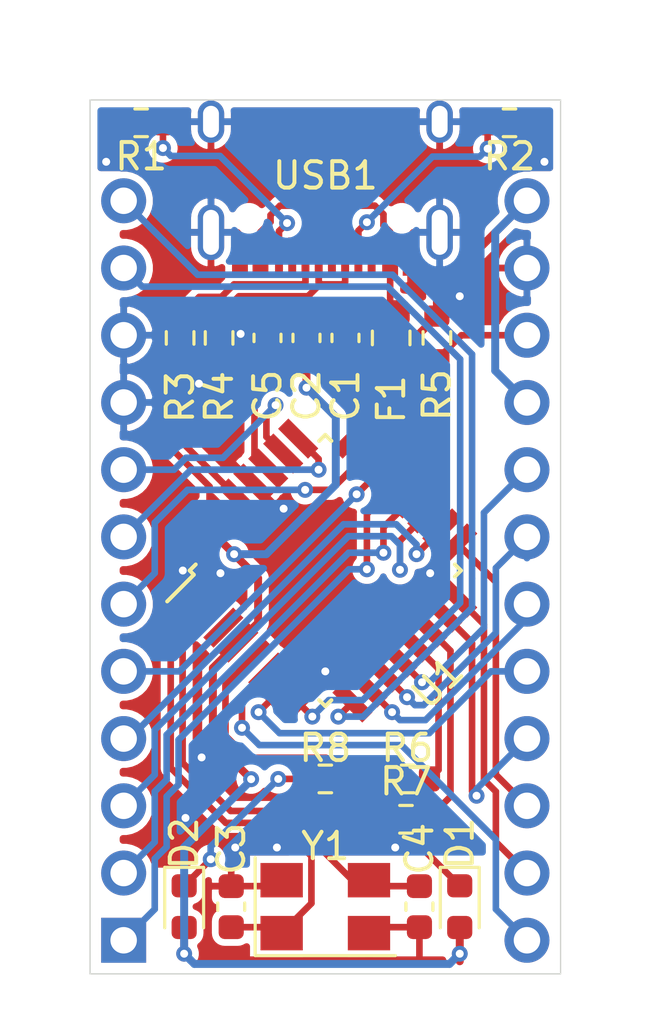
<source format=kicad_pcb>
(kicad_pcb (version 20171130) (host pcbnew "(5.1.10)-1")

  (general
    (thickness 1.6)
    (drawings 5)
    (tracks 303)
    (zones 0)
    (modules 21)
    (nets 37)
  )

  (page A4)
  (title_block
    (title "32u2 Micro")
    (rev 1)
    (company policium)
  )

  (layers
    (0 F.Cu signal)
    (31 B.Cu signal)
    (32 B.Adhes user)
    (33 F.Adhes user)
    (34 B.Paste user)
    (35 F.Paste user)
    (36 B.SilkS user)
    (37 F.SilkS user)
    (38 B.Mask user)
    (39 F.Mask user)
    (40 Dwgs.User user)
    (41 Cmts.User user)
    (42 Eco1.User user)
    (43 Eco2.User user)
    (44 Edge.Cuts user)
    (45 Margin user)
    (46 B.CrtYd user)
    (47 F.CrtYd user)
    (48 B.Fab user)
    (49 F.Fab user)
  )

  (setup
    (last_trace_width 0.25)
    (trace_clearance 0.2)
    (zone_clearance 0.254)
    (zone_45_only no)
    (trace_min 0.2)
    (via_size 0.6)
    (via_drill 0.3)
    (via_min_size 0.4)
    (via_min_drill 0.3)
    (uvia_size 0.3)
    (uvia_drill 0.1)
    (uvias_allowed no)
    (uvia_min_size 0.2)
    (uvia_min_drill 0.1)
    (edge_width 0.05)
    (segment_width 0.2)
    (pcb_text_width 0.3)
    (pcb_text_size 1.5 1.5)
    (mod_edge_width 0.12)
    (mod_text_size 1 1)
    (mod_text_width 0.15)
    (pad_size 0.6 1.45)
    (pad_drill 0)
    (pad_to_mask_clearance 0)
    (aux_axis_origin 0 0)
    (grid_origin 71.95 74.822)
    (visible_elements 7FFFFFFF)
    (pcbplotparams
      (layerselection 0x010fc_ffffffff)
      (usegerberextensions false)
      (usegerberattributes true)
      (usegerberadvancedattributes true)
      (creategerberjobfile true)
      (excludeedgelayer true)
      (linewidth 0.100000)
      (plotframeref false)
      (viasonmask false)
      (mode 1)
      (useauxorigin false)
      (hpglpennumber 1)
      (hpglpenspeed 20)
      (hpglpendiameter 15.000000)
      (psnegative false)
      (psa4output false)
      (plotreference true)
      (plotvalue true)
      (plotinvisibletext false)
      (padsonsilk false)
      (subtractmaskfromsilk false)
      (outputformat 1)
      (mirror false)
      (drillshape 1)
      (scaleselection 1)
      (outputdirectory ""))
  )

  (net 0 "")
  (net 1 GND)
  (net 2 VBUS)
  (net 3 "Net-(C3-Pad1)")
  (net 4 "Net-(C4-Pad2)")
  (net 5 "Net-(C5-Pad1)")
  (net 6 "Net-(R1-Pad2)")
  (net 7 "Net-(R2-Pad1)")
  (net 8 "Net-(R3-Pad2)")
  (net 9 "Net-(R3-Pad1)")
  (net 10 "Net-(R4-Pad2)")
  (net 11 "Net-(R4-Pad1)")
  (net 12 "Net-(R6-Pad2)")
  (net 13 "Net-(F1-Pad1)")
  (net 14 /TXO)
  (net 15 /RXI)
  (net 16 /D2)
  (net 17 /D3)
  (net 18 /D4)
  (net 19 /D5)
  (net 20 /D6)
  (net 21 /D7)
  (net 22 /D8)
  (net 23 /D9)
  (net 24 /D10)
  (net 25 /MOSI)
  (net 26 /MISO)
  (net 27 /SCK)
  (net 28 /A0)
  (net 29 /A1)
  (net 30 /A2)
  (net 31 /A3)
  (net 32 /RESET)
  (net 33 "Net-(D1-Pad1)")
  (net 34 "Net-(R7-Pad2)")
  (net 35 "Net-(D2-Pad1)")
  (net 36 "Net-(R8-Pad2)")

  (net_class Default "This is the default net class."
    (clearance 0.2)
    (trace_width 0.25)
    (via_dia 0.6)
    (via_drill 0.3)
    (uvia_dia 0.3)
    (uvia_drill 0.1)
    (add_net /A0)
    (add_net /A1)
    (add_net /A2)
    (add_net /A3)
    (add_net /D10)
    (add_net /D2)
    (add_net /D3)
    (add_net /D4)
    (add_net /D5)
    (add_net /D6)
    (add_net /D7)
    (add_net /D8)
    (add_net /D9)
    (add_net /MISO)
    (add_net /MOSI)
    (add_net /RESET)
    (add_net /RXI)
    (add_net /SCK)
    (add_net /TXO)
    (add_net GND)
    (add_net "Net-(C3-Pad1)")
    (add_net "Net-(C4-Pad2)")
    (add_net "Net-(C5-Pad1)")
    (add_net "Net-(D1-Pad1)")
    (add_net "Net-(D2-Pad1)")
    (add_net "Net-(F1-Pad1)")
    (add_net "Net-(R1-Pad2)")
    (add_net "Net-(R2-Pad1)")
    (add_net "Net-(R3-Pad1)")
    (add_net "Net-(R3-Pad2)")
    (add_net "Net-(R4-Pad1)")
    (add_net "Net-(R4-Pad2)")
    (add_net "Net-(R6-Pad2)")
    (add_net "Net-(R7-Pad2)")
    (add_net "Net-(R8-Pad2)")
  )

  (net_class Power ""
    (clearance 0.2)
    (trace_width 0.3)
    (via_dia 0.6)
    (via_drill 0.3)
    (uvia_dia 0.3)
    (uvia_drill 0.1)
    (add_net VBUS)
  )

  (module Resistor_SMD:R_0603_1608Metric (layer F.Cu) (tedit 5F68FEEE) (tstamp 61397767)
    (at 74.998 103.778)
    (descr "Resistor SMD 0603 (1608 Metric), square (rectangular) end terminal, IPC_7351 nominal, (Body size source: IPC-SM-782 page 72, https://www.pcb-3d.com/wordpress/wp-content/uploads/ipc-sm-782a_amendment_1_and_2.pdf), generated with kicad-footprint-generator")
    (tags resistor)
    (path /61539295)
    (attr smd)
    (fp_text reference R7 (at 0 -1.43) (layer F.SilkS)
      (effects (font (size 1 1) (thickness 0.15)))
    )
    (fp_text value R_Small (at 0 1.43) (layer F.Fab)
      (effects (font (size 1 1) (thickness 0.15)))
    )
    (fp_text user %R (at 0 0) (layer F.Fab)
      (effects (font (size 0.4 0.4) (thickness 0.06)))
    )
    (fp_line (start -0.8 0.4125) (end -0.8 -0.4125) (layer F.Fab) (width 0.1))
    (fp_line (start -0.8 -0.4125) (end 0.8 -0.4125) (layer F.Fab) (width 0.1))
    (fp_line (start 0.8 -0.4125) (end 0.8 0.4125) (layer F.Fab) (width 0.1))
    (fp_line (start 0.8 0.4125) (end -0.8 0.4125) (layer F.Fab) (width 0.1))
    (fp_line (start -0.237258 -0.5225) (end 0.237258 -0.5225) (layer F.SilkS) (width 0.12))
    (fp_line (start -0.237258 0.5225) (end 0.237258 0.5225) (layer F.SilkS) (width 0.12))
    (fp_line (start -1.48 0.73) (end -1.48 -0.73) (layer F.CrtYd) (width 0.05))
    (fp_line (start -1.48 -0.73) (end 1.48 -0.73) (layer F.CrtYd) (width 0.05))
    (fp_line (start 1.48 -0.73) (end 1.48 0.73) (layer F.CrtYd) (width 0.05))
    (fp_line (start 1.48 0.73) (end -1.48 0.73) (layer F.CrtYd) (width 0.05))
    (pad 2 smd roundrect (at 0.825 0) (size 0.8 0.95) (layers F.Cu F.Paste F.Mask) (roundrect_rratio 0.25)
      (net 34 "Net-(R7-Pad2)"))
    (pad 1 smd roundrect (at -0.825 0) (size 0.8 0.95) (layers F.Cu F.Paste F.Mask) (roundrect_rratio 0.25)
      (net 33 "Net-(D1-Pad1)"))
    (model ${KISYS3DMOD}/Resistor_SMD.3dshapes/R_0603_1608Metric.wrl
      (at (xyz 0 0 0))
      (scale (xyz 1 1 1))
      (rotate (xyz 0 0 0))
    )
  )

  (module LED_SMD:LED_0603_1608Metric (layer F.Cu) (tedit 5F68FEF1) (tstamp 61397600)
    (at 77.03 107.08 270)
    (descr "LED SMD 0603 (1608 Metric), square (rectangular) end terminal, IPC_7351 nominal, (Body size source: http://www.tortai-tech.com/upload/download/2011102023233369053.pdf), generated with kicad-footprint-generator")
    (tags LED)
    (path /6153928F)
    (attr smd)
    (fp_text reference D1 (at -2.3876 0 90) (layer F.SilkS)
      (effects (font (size 1 1) (thickness 0.15)))
    )
    (fp_text value BLUE (at 0 1.43 90) (layer F.Fab)
      (effects (font (size 1 1) (thickness 0.15)))
    )
    (fp_text user %R (at 0 0 90) (layer F.Fab)
      (effects (font (size 0.4 0.4) (thickness 0.06)))
    )
    (fp_line (start 0.8 -0.4) (end -0.5 -0.4) (layer F.Fab) (width 0.1))
    (fp_line (start -0.5 -0.4) (end -0.8 -0.1) (layer F.Fab) (width 0.1))
    (fp_line (start -0.8 -0.1) (end -0.8 0.4) (layer F.Fab) (width 0.1))
    (fp_line (start -0.8 0.4) (end 0.8 0.4) (layer F.Fab) (width 0.1))
    (fp_line (start 0.8 0.4) (end 0.8 -0.4) (layer F.Fab) (width 0.1))
    (fp_line (start 0.8 -0.735) (end -1.485 -0.735) (layer F.SilkS) (width 0.12))
    (fp_line (start -1.485 -0.735) (end -1.485 0.735) (layer F.SilkS) (width 0.12))
    (fp_line (start -1.485 0.735) (end 0.8 0.735) (layer F.SilkS) (width 0.12))
    (fp_line (start -1.48 0.73) (end -1.48 -0.73) (layer F.CrtYd) (width 0.05))
    (fp_line (start -1.48 -0.73) (end 1.48 -0.73) (layer F.CrtYd) (width 0.05))
    (fp_line (start 1.48 -0.73) (end 1.48 0.73) (layer F.CrtYd) (width 0.05))
    (fp_line (start 1.48 0.73) (end -1.48 0.73) (layer F.CrtYd) (width 0.05))
    (pad 2 smd roundrect (at 0.7875 0 270) (size 0.875 0.95) (layers F.Cu F.Paste F.Mask) (roundrect_rratio 0.25)
      (net 2 VBUS))
    (pad 1 smd roundrect (at -0.7875 0 270) (size 0.875 0.95) (layers F.Cu F.Paste F.Mask) (roundrect_rratio 0.25)
      (net 33 "Net-(D1-Pad1)"))
    (model ${KISYS3DMOD}/LED_SMD.3dshapes/LED_0603_1608Metric.wrl
      (at (xyz 0 0 0))
      (scale (xyz 1 1 1))
      (rotate (xyz 0 0 0))
    )
  )

  (module LED_SMD:LED_0603_1608Metric (layer F.Cu) (tedit 5F68FEF1) (tstamp 61396541)
    (at 66.616 107.08 270)
    (descr "LED SMD 0603 (1608 Metric), square (rectangular) end terminal, IPC_7351 nominal, (Body size source: http://www.tortai-tech.com/upload/download/2011102023233369053.pdf), generated with kicad-footprint-generator")
    (tags LED)
    (path /61508C7E)
    (attr smd)
    (fp_text reference D2 (at -2.3876 0 90) (layer F.SilkS)
      (effects (font (size 1 1) (thickness 0.15)))
    )
    (fp_text value GREEN (at 0 1.43 90) (layer F.Fab)
      (effects (font (size 1 1) (thickness 0.15)))
    )
    (fp_text user %R (at 0 0 90) (layer F.Fab)
      (effects (font (size 0.4 0.4) (thickness 0.06)))
    )
    (fp_line (start 0.8 -0.4) (end -0.5 -0.4) (layer F.Fab) (width 0.1))
    (fp_line (start -0.5 -0.4) (end -0.8 -0.1) (layer F.Fab) (width 0.1))
    (fp_line (start -0.8 -0.1) (end -0.8 0.4) (layer F.Fab) (width 0.1))
    (fp_line (start -0.8 0.4) (end 0.8 0.4) (layer F.Fab) (width 0.1))
    (fp_line (start 0.8 0.4) (end 0.8 -0.4) (layer F.Fab) (width 0.1))
    (fp_line (start 0.8 -0.735) (end -1.485 -0.735) (layer F.SilkS) (width 0.12))
    (fp_line (start -1.485 -0.735) (end -1.485 0.735) (layer F.SilkS) (width 0.12))
    (fp_line (start -1.485 0.735) (end 0.8 0.735) (layer F.SilkS) (width 0.12))
    (fp_line (start -1.48 0.73) (end -1.48 -0.73) (layer F.CrtYd) (width 0.05))
    (fp_line (start -1.48 -0.73) (end 1.48 -0.73) (layer F.CrtYd) (width 0.05))
    (fp_line (start 1.48 -0.73) (end 1.48 0.73) (layer F.CrtYd) (width 0.05))
    (fp_line (start 1.48 0.73) (end -1.48 0.73) (layer F.CrtYd) (width 0.05))
    (pad 2 smd roundrect (at 0.7875 0 270) (size 0.875 0.95) (layers F.Cu F.Paste F.Mask) (roundrect_rratio 0.25)
      (net 2 VBUS))
    (pad 1 smd roundrect (at -0.7875 0 270) (size 0.875 0.95) (layers F.Cu F.Paste F.Mask) (roundrect_rratio 0.25)
      (net 35 "Net-(D2-Pad1)"))
    (model ${KISYS3DMOD}/LED_SMD.3dshapes/LED_0603_1608Metric.wrl
      (at (xyz 0 0 0))
      (scale (xyz 1 1 1))
      (rotate (xyz 0 0 0))
    )
  )

  (module Resistor_SMD:R_0603_1608Metric (layer F.Cu) (tedit 5F68FEEE) (tstamp 613959C1)
    (at 71.95 102.254)
    (descr "Resistor SMD 0603 (1608 Metric), square (rectangular) end terminal, IPC_7351 nominal, (Body size source: IPC-SM-782 page 72, https://www.pcb-3d.com/wordpress/wp-content/uploads/ipc-sm-782a_amendment_1_and_2.pdf), generated with kicad-footprint-generator")
    (tags resistor)
    (path /6150CFBD)
    (attr smd)
    (fp_text reference R8 (at 0 -1.1684) (layer F.SilkS)
      (effects (font (size 1 1) (thickness 0.15)))
    )
    (fp_text value R_Small (at 0 1.43) (layer F.Fab)
      (effects (font (size 1 1) (thickness 0.15)))
    )
    (fp_text user %R (at 0 0) (layer F.Fab)
      (effects (font (size 0.4 0.4) (thickness 0.06)))
    )
    (fp_line (start -0.8 0.4125) (end -0.8 -0.4125) (layer F.Fab) (width 0.1))
    (fp_line (start -0.8 -0.4125) (end 0.8 -0.4125) (layer F.Fab) (width 0.1))
    (fp_line (start 0.8 -0.4125) (end 0.8 0.4125) (layer F.Fab) (width 0.1))
    (fp_line (start 0.8 0.4125) (end -0.8 0.4125) (layer F.Fab) (width 0.1))
    (fp_line (start -0.237258 -0.5225) (end 0.237258 -0.5225) (layer F.SilkS) (width 0.12))
    (fp_line (start -0.237258 0.5225) (end 0.237258 0.5225) (layer F.SilkS) (width 0.12))
    (fp_line (start -1.48 0.73) (end -1.48 -0.73) (layer F.CrtYd) (width 0.05))
    (fp_line (start -1.48 -0.73) (end 1.48 -0.73) (layer F.CrtYd) (width 0.05))
    (fp_line (start 1.48 -0.73) (end 1.48 0.73) (layer F.CrtYd) (width 0.05))
    (fp_line (start 1.48 0.73) (end -1.48 0.73) (layer F.CrtYd) (width 0.05))
    (pad 2 smd roundrect (at 0.825 0) (size 0.8 0.95) (layers F.Cu F.Paste F.Mask) (roundrect_rratio 0.25)
      (net 36 "Net-(R8-Pad2)"))
    (pad 1 smd roundrect (at -0.825 0) (size 0.8 0.95) (layers F.Cu F.Paste F.Mask) (roundrect_rratio 0.25)
      (net 35 "Net-(D2-Pad1)"))
    (model ${KISYS3DMOD}/Resistor_SMD.3dshapes/R_0603_1608Metric.wrl
      (at (xyz 0 0 0))
      (scale (xyz 1 1 1))
      (rotate (xyz 0 0 0))
    )
  )

  (module Resistor_SMD:R_0603_1608Metric (layer F.Cu) (tedit 5F68FEEE) (tstamp 61388602)
    (at 67.9368 85.5916 270)
    (descr "Resistor SMD 0603 (1608 Metric), square (rectangular) end terminal, IPC_7351 nominal, (Body size source: IPC-SM-782 page 72, https://www.pcb-3d.com/wordpress/wp-content/uploads/ipc-sm-782a_amendment_1_and_2.pdf), generated with kicad-footprint-generator")
    (tags resistor)
    (path /6138A7E6)
    (attr smd)
    (fp_text reference R4 (at 2.2352 0 270) (layer F.SilkS)
      (effects (font (size 1 1) (thickness 0.15)))
    )
    (fp_text value 22 (at 0 1.43 270) (layer F.Fab)
      (effects (font (size 1 1) (thickness 0.15)))
    )
    (fp_text user %R (at 0 0 270) (layer F.Fab)
      (effects (font (size 0.4 0.4) (thickness 0.06)))
    )
    (fp_line (start -0.8 0.4125) (end -0.8 -0.4125) (layer F.Fab) (width 0.1))
    (fp_line (start -0.8 -0.4125) (end 0.8 -0.4125) (layer F.Fab) (width 0.1))
    (fp_line (start 0.8 -0.4125) (end 0.8 0.4125) (layer F.Fab) (width 0.1))
    (fp_line (start 0.8 0.4125) (end -0.8 0.4125) (layer F.Fab) (width 0.1))
    (fp_line (start -0.237258 -0.5225) (end 0.237258 -0.5225) (layer F.SilkS) (width 0.12))
    (fp_line (start -0.237258 0.5225) (end 0.237258 0.5225) (layer F.SilkS) (width 0.12))
    (fp_line (start -1.48 0.73) (end -1.48 -0.73) (layer F.CrtYd) (width 0.05))
    (fp_line (start -1.48 -0.73) (end 1.48 -0.73) (layer F.CrtYd) (width 0.05))
    (fp_line (start 1.48 -0.73) (end 1.48 0.73) (layer F.CrtYd) (width 0.05))
    (fp_line (start 1.48 0.73) (end -1.48 0.73) (layer F.CrtYd) (width 0.05))
    (pad 2 smd roundrect (at 0.825 0 270) (size 0.8 0.95) (layers F.Cu F.Paste F.Mask) (roundrect_rratio 0.25)
      (net 10 "Net-(R4-Pad2)"))
    (pad 1 smd roundrect (at -0.825 0 270) (size 0.8 0.95) (layers F.Cu F.Paste F.Mask) (roundrect_rratio 0.25)
      (net 11 "Net-(R4-Pad1)"))
    (model ${KISYS3DMOD}/Resistor_SMD.3dshapes/R_0603_1608Metric.wrl
      (at (xyz 0 0 0))
      (scale (xyz 1 1 1))
      (rotate (xyz 0 0 0))
    )
  )

  (module Capacitor_SMD:C_0603_1608Metric (layer F.Cu) (tedit 5F68FEEE) (tstamp 61391F92)
    (at 69.7656 85.5916 90)
    (descr "Capacitor SMD 0603 (1608 Metric), square (rectangular) end terminal, IPC_7351 nominal, (Body size source: IPC-SM-782 page 76, https://www.pcb-3d.com/wordpress/wp-content/uploads/ipc-sm-782a_amendment_1_and_2.pdf), generated with kicad-footprint-generator")
    (tags capacitor)
    (path /613B82FA)
    (attr smd)
    (fp_text reference C5 (at -2.1844 0 90) (layer F.SilkS)
      (effects (font (size 1 1) (thickness 0.15)))
    )
    (fp_text value 1u (at 0 1.43 90) (layer F.Fab)
      (effects (font (size 1 1) (thickness 0.15)))
    )
    (fp_text user %R (at 0 0 90) (layer F.Fab)
      (effects (font (size 0.4 0.4) (thickness 0.06)))
    )
    (fp_line (start -0.8 0.4) (end -0.8 -0.4) (layer F.Fab) (width 0.1))
    (fp_line (start -0.8 -0.4) (end 0.8 -0.4) (layer F.Fab) (width 0.1))
    (fp_line (start 0.8 -0.4) (end 0.8 0.4) (layer F.Fab) (width 0.1))
    (fp_line (start 0.8 0.4) (end -0.8 0.4) (layer F.Fab) (width 0.1))
    (fp_line (start -0.14058 -0.51) (end 0.14058 -0.51) (layer F.SilkS) (width 0.12))
    (fp_line (start -0.14058 0.51) (end 0.14058 0.51) (layer F.SilkS) (width 0.12))
    (fp_line (start -1.48 0.73) (end -1.48 -0.73) (layer F.CrtYd) (width 0.05))
    (fp_line (start -1.48 -0.73) (end 1.48 -0.73) (layer F.CrtYd) (width 0.05))
    (fp_line (start 1.48 -0.73) (end 1.48 0.73) (layer F.CrtYd) (width 0.05))
    (fp_line (start 1.48 0.73) (end -1.48 0.73) (layer F.CrtYd) (width 0.05))
    (pad 2 smd roundrect (at 0.775 0 90) (size 0.9 0.95) (layers F.Cu F.Paste F.Mask) (roundrect_rratio 0.25)
      (net 1 GND))
    (pad 1 smd roundrect (at -0.775 0 90) (size 0.9 0.95) (layers F.Cu F.Paste F.Mask) (roundrect_rratio 0.25)
      (net 5 "Net-(C5-Pad1)"))
    (model ${KISYS3DMOD}/Capacitor_SMD.3dshapes/C_0603_1608Metric.wrl
      (at (xyz 0 0 0))
      (scale (xyz 1 1 1))
      (rotate (xyz 0 0 0))
    )
  )

  (module Resistor_SMD:R_0603_1608Metric (layer F.Cu) (tedit 5F68FEEE) (tstamp 61388613)
    (at 76.1664 85.5916 270)
    (descr "Resistor SMD 0603 (1608 Metric), square (rectangular) end terminal, IPC_7351 nominal, (Body size source: IPC-SM-782 page 72, https://www.pcb-3d.com/wordpress/wp-content/uploads/ipc-sm-782a_amendment_1_and_2.pdf), generated with kicad-footprint-generator")
    (tags resistor)
    (path /61393EF9)
    (attr smd)
    (fp_text reference R5 (at 2.159 0 270) (layer F.SilkS)
      (effects (font (size 1 1) (thickness 0.15)))
    )
    (fp_text value 4.7k (at 0 1.43 270) (layer F.Fab)
      (effects (font (size 1 1) (thickness 0.15)))
    )
    (fp_text user %R (at 0 0 270) (layer F.Fab)
      (effects (font (size 0.4 0.4) (thickness 0.06)))
    )
    (fp_line (start -0.8 0.4125) (end -0.8 -0.4125) (layer F.Fab) (width 0.1))
    (fp_line (start -0.8 -0.4125) (end 0.8 -0.4125) (layer F.Fab) (width 0.1))
    (fp_line (start 0.8 -0.4125) (end 0.8 0.4125) (layer F.Fab) (width 0.1))
    (fp_line (start 0.8 0.4125) (end -0.8 0.4125) (layer F.Fab) (width 0.1))
    (fp_line (start -0.237258 -0.5225) (end 0.237258 -0.5225) (layer F.SilkS) (width 0.12))
    (fp_line (start -0.237258 0.5225) (end 0.237258 0.5225) (layer F.SilkS) (width 0.12))
    (fp_line (start -1.48 0.73) (end -1.48 -0.73) (layer F.CrtYd) (width 0.05))
    (fp_line (start -1.48 -0.73) (end 1.48 -0.73) (layer F.CrtYd) (width 0.05))
    (fp_line (start 1.48 -0.73) (end 1.48 0.73) (layer F.CrtYd) (width 0.05))
    (fp_line (start 1.48 0.73) (end -1.48 0.73) (layer F.CrtYd) (width 0.05))
    (pad 2 smd roundrect (at 0.825 0 270) (size 0.8 0.95) (layers F.Cu F.Paste F.Mask) (roundrect_rratio 0.25)
      (net 32 /RESET))
    (pad 1 smd roundrect (at -0.825 0 270) (size 0.8 0.95) (layers F.Cu F.Paste F.Mask) (roundrect_rratio 0.25)
      (net 2 VBUS))
    (model ${KISYS3DMOD}/Resistor_SMD.3dshapes/R_0603_1608Metric.wrl
      (at (xyz 0 0 0))
      (scale (xyz 1 1 1))
      (rotate (xyz 0 0 0))
    )
  )

  (module Capacitor_SMD:C_0603_1608Metric (layer F.Cu) (tedit 5F68FEEE) (tstamp 6138FD14)
    (at 71.2388 85.5916 90)
    (descr "Capacitor SMD 0603 (1608 Metric), square (rectangular) end terminal, IPC_7351 nominal, (Body size source: IPC-SM-782 page 76, https://www.pcb-3d.com/wordpress/wp-content/uploads/ipc-sm-782a_amendment_1_and_2.pdf), generated with kicad-footprint-generator")
    (tags capacitor)
    (path /613C58EB)
    (attr smd)
    (fp_text reference C2 (at -2.1844 0 270) (layer F.SilkS)
      (effects (font (size 1 1) (thickness 0.15)))
    )
    (fp_text value 0.1u (at 0 1.43 270) (layer F.Fab)
      (effects (font (size 1 1) (thickness 0.15)))
    )
    (fp_text user %R (at 0 0 270) (layer F.Fab)
      (effects (font (size 0.4 0.4) (thickness 0.06)))
    )
    (fp_line (start -0.8 0.4) (end -0.8 -0.4) (layer F.Fab) (width 0.1))
    (fp_line (start -0.8 -0.4) (end 0.8 -0.4) (layer F.Fab) (width 0.1))
    (fp_line (start 0.8 -0.4) (end 0.8 0.4) (layer F.Fab) (width 0.1))
    (fp_line (start 0.8 0.4) (end -0.8 0.4) (layer F.Fab) (width 0.1))
    (fp_line (start -0.14058 -0.51) (end 0.14058 -0.51) (layer F.SilkS) (width 0.12))
    (fp_line (start -0.14058 0.51) (end 0.14058 0.51) (layer F.SilkS) (width 0.12))
    (fp_line (start -1.48 0.73) (end -1.48 -0.73) (layer F.CrtYd) (width 0.05))
    (fp_line (start -1.48 -0.73) (end 1.48 -0.73) (layer F.CrtYd) (width 0.05))
    (fp_line (start 1.48 -0.73) (end 1.48 0.73) (layer F.CrtYd) (width 0.05))
    (fp_line (start 1.48 0.73) (end -1.48 0.73) (layer F.CrtYd) (width 0.05))
    (pad 2 smd roundrect (at 0.775 0 90) (size 0.9 0.95) (layers F.Cu F.Paste F.Mask) (roundrect_rratio 0.25)
      (net 1 GND))
    (pad 1 smd roundrect (at -0.775 0 90) (size 0.9 0.95) (layers F.Cu F.Paste F.Mask) (roundrect_rratio 0.25)
      (net 2 VBUS))
    (model ${KISYS3DMOD}/Capacitor_SMD.3dshapes/C_0603_1608Metric.wrl
      (at (xyz 0 0 0))
      (scale (xyz 1 1 1))
      (rotate (xyz 0 0 0))
    )
  )

  (module Capacitor_SMD:C_0603_1608Metric (layer F.Cu) (tedit 5F68FEEE) (tstamp 61391024)
    (at 72.712 85.5916 90)
    (descr "Capacitor SMD 0603 (1608 Metric), square (rectangular) end terminal, IPC_7351 nominal, (Body size source: IPC-SM-782 page 76, https://www.pcb-3d.com/wordpress/wp-content/uploads/ipc-sm-782a_amendment_1_and_2.pdf), generated with kicad-footprint-generator")
    (tags capacitor)
    (path /613C4A80)
    (attr smd)
    (fp_text reference C1 (at -2.1844 0 270) (layer F.SilkS)
      (effects (font (size 1 1) (thickness 0.15)))
    )
    (fp_text value 10u (at 0 1.43 270) (layer F.Fab)
      (effects (font (size 1 1) (thickness 0.15)))
    )
    (fp_text user %R (at 0 0 270) (layer F.Fab)
      (effects (font (size 0.4 0.4) (thickness 0.06)))
    )
    (fp_line (start -0.8 0.4) (end -0.8 -0.4) (layer F.Fab) (width 0.1))
    (fp_line (start -0.8 -0.4) (end 0.8 -0.4) (layer F.Fab) (width 0.1))
    (fp_line (start 0.8 -0.4) (end 0.8 0.4) (layer F.Fab) (width 0.1))
    (fp_line (start 0.8 0.4) (end -0.8 0.4) (layer F.Fab) (width 0.1))
    (fp_line (start -0.14058 -0.51) (end 0.14058 -0.51) (layer F.SilkS) (width 0.12))
    (fp_line (start -0.14058 0.51) (end 0.14058 0.51) (layer F.SilkS) (width 0.12))
    (fp_line (start -1.48 0.73) (end -1.48 -0.73) (layer F.CrtYd) (width 0.05))
    (fp_line (start -1.48 -0.73) (end 1.48 -0.73) (layer F.CrtYd) (width 0.05))
    (fp_line (start 1.48 -0.73) (end 1.48 0.73) (layer F.CrtYd) (width 0.05))
    (fp_line (start 1.48 0.73) (end -1.48 0.73) (layer F.CrtYd) (width 0.05))
    (pad 2 smd roundrect (at 0.775 0 90) (size 0.9 0.95) (layers F.Cu F.Paste F.Mask) (roundrect_rratio 0.25)
      (net 1 GND))
    (pad 1 smd roundrect (at -0.775 0 90) (size 0.9 0.95) (layers F.Cu F.Paste F.Mask) (roundrect_rratio 0.25)
      (net 2 VBUS))
    (model ${KISYS3DMOD}/Capacitor_SMD.3dshapes/C_0603_1608Metric.wrl
      (at (xyz 0 0 0))
      (scale (xyz 1 1 1))
      (rotate (xyz 0 0 0))
    )
  )

  (module Type-C:HRO-TYPE-C-31-M-12 (layer F.Cu) (tedit 6138314A) (tstamp 61386251)
    (at 71.95 74.822 180)
    (path /61383494)
    (attr smd)
    (fp_text reference USB1 (at 0 -4.6355) (layer F.SilkS)
      (effects (font (size 1 1) (thickness 0.15)))
    )
    (fp_text value HRO-TYPE-C-31-M-12 (at 0 1.15) (layer Dwgs.User)
      (effects (font (size 1 1) (thickness 0.15)))
    )
    (fp_line (start -4.47 -7.3) (end 4.47 -7.3) (layer Dwgs.User) (width 0.15))
    (fp_line (start 4.47 0) (end 4.47 -7.3) (layer Dwgs.User) (width 0.15))
    (fp_line (start -4.47 0) (end -4.47 -7.3) (layer Dwgs.User) (width 0.15))
    (fp_line (start -4.47 0) (end 4.47 0) (layer Dwgs.User) (width 0.15))
    (pad 12 smd rect (at 3.225 -7.695 180) (size 0.6 1.45) (layers F.Cu F.Paste F.Mask)
      (net 1 GND) (clearance 0.17))
    (pad 1 smd rect (at -3.225 -7.695 180) (size 0.6 1.45) (layers F.Cu F.Paste F.Mask)
      (net 1 GND) (clearance 0.17))
    (pad 11 smd rect (at 2.45 -7.695 180) (size 0.6 1.45) (layers F.Cu F.Paste F.Mask)
      (net 13 "Net-(F1-Pad1)") (clearance 0.17))
    (pad 2 smd rect (at -2.45 -7.695 180) (size 0.6 1.45) (layers F.Cu F.Paste F.Mask)
      (net 13 "Net-(F1-Pad1)") (clearance 0.17))
    (pad 3 smd rect (at -1.75 -7.695 180) (size 0.3 1.45) (layers F.Cu F.Paste F.Mask))
    (pad 10 smd rect (at 1.75 -7.695 180) (size 0.3 1.45) (layers F.Cu F.Paste F.Mask)
      (net 6 "Net-(R1-Pad2)"))
    (pad 4 smd rect (at -1.25 -7.695 180) (size 0.3 1.45) (layers F.Cu F.Paste F.Mask)
      (net 7 "Net-(R2-Pad1)"))
    (pad 9 smd rect (at 1.25 -7.695 180) (size 0.3 1.45) (layers F.Cu F.Paste F.Mask))
    (pad 5 smd rect (at -0.75 -7.695 180) (size 0.3 1.45) (layers F.Cu F.Paste F.Mask)
      (net 11 "Net-(R4-Pad1)"))
    (pad 8 smd rect (at 0.75 -7.695 180) (size 0.3 1.45) (layers F.Cu F.Paste F.Mask)
      (net 8 "Net-(R3-Pad2)"))
    (pad 7 smd rect (at 0.25 -7.695 180) (size 0.3 1.45) (layers F.Cu F.Paste F.Mask)
      (net 11 "Net-(R4-Pad1)"))
    (pad 6 smd rect (at -0.25 -7.695 180) (size 0.3 1.45) (layers F.Cu F.Paste F.Mask)
      (net 8 "Net-(R3-Pad2)"))
    (pad "" np_thru_hole circle (at 2.89 -6.25 180) (size 0.65 0.65) (drill 0.65) (layers *.Cu *.Mask))
    (pad "" np_thru_hole circle (at -2.89 -6.25 180) (size 0.65 0.65) (drill 0.65) (layers *.Cu *.Mask))
    (pad 13 thru_hole oval (at -4.32 -6.78 180) (size 1 2.1) (drill oval 0.6 1.7) (layers *.Cu B.Mask)
      (net 1 GND))
    (pad 13 thru_hole oval (at 4.32 -6.78 180) (size 1 2.1) (drill oval 0.6 1.7) (layers *.Cu B.Mask)
      (net 1 GND))
    (pad 13 thru_hole oval (at -4.32 -2.6 180) (size 1 1.6) (drill oval 0.6 1.2) (layers *.Cu B.Mask)
      (net 1 GND))
    (pad 13 thru_hole oval (at 4.32 -2.6 180) (size 1 1.6) (drill oval 0.6 1.2) (layers *.Cu B.Mask)
      (net 1 GND))
  )

  (module Fuse:Fuse_0805_2012Metric (layer F.Cu) (tedit 5F68FEF1) (tstamp 6138F5F2)
    (at 74.4392 85.5916 270)
    (descr "Fuse SMD 0805 (2012 Metric), square (rectangular) end terminal, IPC_7351 nominal, (Body size source: https://docs.google.com/spreadsheets/d/1BsfQQcO9C6DZCsRaXUlFlo91Tg2WpOkGARC1WS5S8t0/edit?usp=sharing), generated with kicad-footprint-generator")
    (tags fuse)
    (path /613B4C59)
    (attr smd)
    (fp_text reference F1 (at 2.3241 0 90) (layer F.SilkS)
      (effects (font (size 1 1) (thickness 0.15)))
    )
    (fp_text value 500m (at 0 1.65 90) (layer F.Fab)
      (effects (font (size 1 1) (thickness 0.15)))
    )
    (fp_text user %R (at 0 0 90) (layer F.Fab)
      (effects (font (size 0.5 0.5) (thickness 0.08)))
    )
    (fp_line (start -1 0.6) (end -1 -0.6) (layer F.Fab) (width 0.1))
    (fp_line (start -1 -0.6) (end 1 -0.6) (layer F.Fab) (width 0.1))
    (fp_line (start 1 -0.6) (end 1 0.6) (layer F.Fab) (width 0.1))
    (fp_line (start 1 0.6) (end -1 0.6) (layer F.Fab) (width 0.1))
    (fp_line (start -0.258578 -0.71) (end 0.258578 -0.71) (layer F.SilkS) (width 0.12))
    (fp_line (start -0.258578 0.71) (end 0.258578 0.71) (layer F.SilkS) (width 0.12))
    (fp_line (start -1.68 0.95) (end -1.68 -0.95) (layer F.CrtYd) (width 0.05))
    (fp_line (start -1.68 -0.95) (end 1.68 -0.95) (layer F.CrtYd) (width 0.05))
    (fp_line (start 1.68 -0.95) (end 1.68 0.95) (layer F.CrtYd) (width 0.05))
    (fp_line (start 1.68 0.95) (end -1.68 0.95) (layer F.CrtYd) (width 0.05))
    (pad 2 smd roundrect (at 0.9375 0 270) (size 0.975 1.4) (layers F.Cu F.Paste F.Mask) (roundrect_rratio 0.25)
      (net 2 VBUS))
    (pad 1 smd roundrect (at -0.9375 0 270) (size 0.975 1.4) (layers F.Cu F.Paste F.Mask) (roundrect_rratio 0.25)
      (net 13 "Net-(F1-Pad1)"))
    (model ${KISYS3DMOD}/Fuse.3dshapes/Fuse_0805_2012Metric.wrl
      (at (xyz 0 0 0))
      (scale (xyz 1 1 1))
      (rotate (xyz 0 0 0))
    )
  )

  (module Connector_PinHeader_2.54mm:PinHeader_1x12_P2.54mm_Vertical (layer F.Cu) (tedit 6138598A) (tstamp 61385F60)
    (at 64.33 108.35 180)
    (descr "Through hole straight pin header, 1x12, 2.54mm pitch, single row")
    (tags "Through hole pin header THT 1x12 2.54mm single row")
    (path /61388104)
    (fp_text reference J1 (at 0 -2.33 180) (layer F.SilkS) hide
      (effects (font (size 1 1) (thickness 0.15)))
    )
    (fp_text value Conn_01x12 (at 0 30.27 180) (layer F.Fab)
      (effects (font (size 1 1) (thickness 0.15)))
    )
    (fp_text user %R (at 0 13.97 270) (layer F.Fab)
      (effects (font (size 1 1) (thickness 0.15)))
    )
    (fp_line (start -0.635 -1.27) (end 1.27 -1.27) (layer F.Fab) (width 0.1))
    (fp_line (start 1.27 -1.27) (end 1.27 29.21) (layer F.Fab) (width 0.1))
    (fp_line (start 1.27 29.21) (end -1.27 29.21) (layer F.Fab) (width 0.1))
    (fp_line (start -1.27 29.21) (end -1.27 -0.635) (layer F.Fab) (width 0.1))
    (fp_line (start -1.27 -0.635) (end -0.635 -1.27) (layer F.Fab) (width 0.1))
    (fp_line (start -1.8 -1.8) (end -1.8 29.75) (layer F.CrtYd) (width 0.05))
    (fp_line (start -1.8 29.75) (end 1.8 29.75) (layer F.CrtYd) (width 0.05))
    (fp_line (start 1.8 29.75) (end 1.8 -1.8) (layer F.CrtYd) (width 0.05))
    (fp_line (start 1.8 -1.8) (end -1.8 -1.8) (layer F.CrtYd) (width 0.05))
    (pad 12 thru_hole oval (at 0 27.94 180) (size 1.7 1.7) (drill 1) (layers *.Cu *.Mask)
      (net 14 /TXO))
    (pad 11 thru_hole oval (at 0 25.4 180) (size 1.7 1.7) (drill 1) (layers *.Cu *.Mask)
      (net 15 /RXI))
    (pad 10 thru_hole oval (at 0 22.86 180) (size 1.7 1.7) (drill 1) (layers *.Cu *.Mask)
      (net 1 GND))
    (pad 9 thru_hole oval (at 0 20.32 180) (size 1.7 1.7) (drill 1) (layers *.Cu *.Mask)
      (net 1 GND))
    (pad 8 thru_hole oval (at 0 17.78 180) (size 1.7 1.7) (drill 1) (layers *.Cu *.Mask)
      (net 16 /D2))
    (pad 7 thru_hole oval (at 0 15.24 180) (size 1.7 1.7) (drill 1) (layers *.Cu *.Mask)
      (net 17 /D3))
    (pad 6 thru_hole oval (at 0 12.7 180) (size 1.7 1.7) (drill 1) (layers *.Cu *.Mask)
      (net 18 /D4))
    (pad 5 thru_hole oval (at 0 10.16 180) (size 1.7 1.7) (drill 1) (layers *.Cu *.Mask)
      (net 19 /D5))
    (pad 4 thru_hole oval (at 0 7.62 180) (size 1.7 1.7) (drill 1) (layers *.Cu *.Mask)
      (net 20 /D6))
    (pad 3 thru_hole oval (at 0 5.08 180) (size 1.7 1.7) (drill 1) (layers *.Cu *.Mask)
      (net 21 /D7))
    (pad 2 thru_hole oval (at 0 2.54 180) (size 1.7 1.7) (drill 1) (layers *.Cu *.Mask)
      (net 22 /D8))
    (pad 1 thru_hole rect (at 0 0 180) (size 1.7 1.7) (drill 1) (layers *.Cu *.Mask)
      (net 23 /D9))
  )

  (module Connector_PinHeader_2.54mm:PinHeader_1x12_P2.54mm_Vertical (layer F.Cu) (tedit 61385927) (tstamp 61385F80)
    (at 79.57 80.41)
    (descr "Through hole straight pin header, 1x12, 2.54mm pitch, single row")
    (tags "Through hole pin header THT 1x12 2.54mm single row")
    (path /613862B8)
    (fp_text reference J2 (at 0 -2.33) (layer F.SilkS) hide
      (effects (font (size 1 1) (thickness 0.15)))
    )
    (fp_text value Conn_01x12 (at 0 30.27) (layer F.Fab)
      (effects (font (size 1 1) (thickness 0.15)))
    )
    (fp_text user %R (at 0 13.97 90) (layer F.Fab)
      (effects (font (size 1 1) (thickness 0.15)))
    )
    (fp_line (start -0.635 -1.27) (end 1.27 -1.27) (layer F.Fab) (width 0.1))
    (fp_line (start 1.27 -1.27) (end 1.27 29.21) (layer F.Fab) (width 0.1))
    (fp_line (start 1.27 29.21) (end -1.27 29.21) (layer F.Fab) (width 0.1))
    (fp_line (start -1.27 29.21) (end -1.27 -0.635) (layer F.Fab) (width 0.1))
    (fp_line (start -1.27 -0.635) (end -0.635 -1.27) (layer F.Fab) (width 0.1))
    (fp_line (start -1.8 -1.8) (end -1.8 29.75) (layer F.CrtYd) (width 0.05))
    (fp_line (start -1.8 29.75) (end 1.8 29.75) (layer F.CrtYd) (width 0.05))
    (fp_line (start 1.8 29.75) (end 1.8 -1.8) (layer F.CrtYd) (width 0.05))
    (fp_line (start 1.8 -1.8) (end -1.8 -1.8) (layer F.CrtYd) (width 0.05))
    (pad 12 thru_hole oval (at 0 27.94) (size 1.7 1.7) (drill 1) (layers *.Cu *.Mask)
      (net 24 /D10))
    (pad 11 thru_hole oval (at 0 25.4) (size 1.7 1.7) (drill 1) (layers *.Cu *.Mask)
      (net 25 /MOSI))
    (pad 10 thru_hole oval (at 0 22.86) (size 1.7 1.7) (drill 1) (layers *.Cu *.Mask)
      (net 26 /MISO))
    (pad 9 thru_hole oval (at 0 20.32) (size 1.7 1.7) (drill 1) (layers *.Cu *.Mask)
      (net 27 /SCK))
    (pad 8 thru_hole oval (at 0 17.78) (size 1.7 1.7) (drill 1) (layers *.Cu *.Mask)
      (net 28 /A0))
    (pad 7 thru_hole oval (at 0 15.24) (size 1.7 1.7) (drill 1) (layers *.Cu *.Mask)
      (net 29 /A1))
    (pad 6 thru_hole oval (at 0 12.7) (size 1.7 1.7) (drill 1) (layers *.Cu *.Mask)
      (net 30 /A2))
    (pad 5 thru_hole oval (at 0 10.16) (size 1.7 1.7) (drill 1) (layers *.Cu *.Mask)
      (net 31 /A3))
    (pad 4 thru_hole oval (at 0 7.62) (size 1.7 1.7) (drill 1) (layers *.Cu *.Mask)
      (net 2 VBUS))
    (pad 3 thru_hole oval (at 0 5.08) (size 1.7 1.7) (drill 1) (layers *.Cu *.Mask)
      (net 32 /RESET))
    (pad 2 thru_hole oval (at 0 2.54) (size 1.7 1.7) (drill 1) (layers *.Cu *.Mask)
      (net 1 GND))
    (pad 1 thru_hole circle (at 0 0) (size 1.7 1.7) (drill 1) (layers *.Cu *.Mask)
      (net 2 VBUS))
  )

  (module Resistor_SMD:R_0603_1608Metric (layer F.Cu) (tedit 5F68FEEE) (tstamp 61388624)
    (at 75.061 102.254)
    (descr "Resistor SMD 0603 (1608 Metric), square (rectangular) end terminal, IPC_7351 nominal, (Body size source: IPC-SM-782 page 72, https://www.pcb-3d.com/wordpress/wp-content/uploads/ipc-sm-782a_amendment_1_and_2.pdf), generated with kicad-footprint-generator")
    (tags resistor)
    (path /613C2060)
    (attr smd)
    (fp_text reference R6 (at -0.0122 -1.1684 180) (layer F.SilkS)
      (effects (font (size 1 1) (thickness 0.15)))
    )
    (fp_text value 4.7k (at 0 1.43 180) (layer F.Fab)
      (effects (font (size 1 1) (thickness 0.15)))
    )
    (fp_text user %R (at 0 0 180) (layer F.Fab)
      (effects (font (size 0.4 0.4) (thickness 0.06)))
    )
    (fp_line (start -0.8 0.4125) (end -0.8 -0.4125) (layer F.Fab) (width 0.1))
    (fp_line (start -0.8 -0.4125) (end 0.8 -0.4125) (layer F.Fab) (width 0.1))
    (fp_line (start 0.8 -0.4125) (end 0.8 0.4125) (layer F.Fab) (width 0.1))
    (fp_line (start 0.8 0.4125) (end -0.8 0.4125) (layer F.Fab) (width 0.1))
    (fp_line (start -0.237258 -0.5225) (end 0.237258 -0.5225) (layer F.SilkS) (width 0.12))
    (fp_line (start -0.237258 0.5225) (end 0.237258 0.5225) (layer F.SilkS) (width 0.12))
    (fp_line (start -1.48 0.73) (end -1.48 -0.73) (layer F.CrtYd) (width 0.05))
    (fp_line (start -1.48 -0.73) (end 1.48 -0.73) (layer F.CrtYd) (width 0.05))
    (fp_line (start 1.48 -0.73) (end 1.48 0.73) (layer F.CrtYd) (width 0.05))
    (fp_line (start 1.48 0.73) (end -1.48 0.73) (layer F.CrtYd) (width 0.05))
    (pad 2 smd roundrect (at 0.825 0) (size 0.8 0.95) (layers F.Cu F.Paste F.Mask) (roundrect_rratio 0.25)
      (net 12 "Net-(R6-Pad2)"))
    (pad 1 smd roundrect (at -0.825 0) (size 0.8 0.95) (layers F.Cu F.Paste F.Mask) (roundrect_rratio 0.25)
      (net 1 GND))
    (model ${KISYS3DMOD}/Resistor_SMD.3dshapes/R_0603_1608Metric.wrl
      (at (xyz 0 0 0))
      (scale (xyz 1 1 1))
      (rotate (xyz 0 0 0))
    )
  )

  (module Resistor_SMD:R_0603_1608Metric (layer F.Cu) (tedit 5F68FEEE) (tstamp 6138E142)
    (at 66.4636 85.5916 90)
    (descr "Resistor SMD 0603 (1608 Metric), square (rectangular) end terminal, IPC_7351 nominal, (Body size source: IPC-SM-782 page 72, https://www.pcb-3d.com/wordpress/wp-content/uploads/ipc-sm-782a_amendment_1_and_2.pdf), generated with kicad-footprint-generator")
    (tags resistor)
    (path /61387D65)
    (attr smd)
    (fp_text reference R3 (at -2.2352 0 270) (layer F.SilkS)
      (effects (font (size 1 1) (thickness 0.15)))
    )
    (fp_text value 22 (at 0 1.43 270) (layer F.Fab)
      (effects (font (size 1 1) (thickness 0.15)))
    )
    (fp_text user %R (at 0 0 270) (layer F.Fab)
      (effects (font (size 0.4 0.4) (thickness 0.06)))
    )
    (fp_line (start -0.8 0.4125) (end -0.8 -0.4125) (layer F.Fab) (width 0.1))
    (fp_line (start -0.8 -0.4125) (end 0.8 -0.4125) (layer F.Fab) (width 0.1))
    (fp_line (start 0.8 -0.4125) (end 0.8 0.4125) (layer F.Fab) (width 0.1))
    (fp_line (start 0.8 0.4125) (end -0.8 0.4125) (layer F.Fab) (width 0.1))
    (fp_line (start -0.237258 -0.5225) (end 0.237258 -0.5225) (layer F.SilkS) (width 0.12))
    (fp_line (start -0.237258 0.5225) (end 0.237258 0.5225) (layer F.SilkS) (width 0.12))
    (fp_line (start -1.48 0.73) (end -1.48 -0.73) (layer F.CrtYd) (width 0.05))
    (fp_line (start -1.48 -0.73) (end 1.48 -0.73) (layer F.CrtYd) (width 0.05))
    (fp_line (start 1.48 -0.73) (end 1.48 0.73) (layer F.CrtYd) (width 0.05))
    (fp_line (start 1.48 0.73) (end -1.48 0.73) (layer F.CrtYd) (width 0.05))
    (pad 2 smd roundrect (at 0.825 0 90) (size 0.8 0.95) (layers F.Cu F.Paste F.Mask) (roundrect_rratio 0.25)
      (net 8 "Net-(R3-Pad2)"))
    (pad 1 smd roundrect (at -0.825 0 90) (size 0.8 0.95) (layers F.Cu F.Paste F.Mask) (roundrect_rratio 0.25)
      (net 9 "Net-(R3-Pad1)"))
    (model ${KISYS3DMOD}/Resistor_SMD.3dshapes/R_0603_1608Metric.wrl
      (at (xyz 0 0 0))
      (scale (xyz 1 1 1))
      (rotate (xyz 0 0 0))
    )
  )

  (module Resistor_SMD:R_0603_1608Metric (layer F.Cu) (tedit 5F68FEEE) (tstamp 613919CB)
    (at 78.9096 77.4636)
    (descr "Resistor SMD 0603 (1608 Metric), square (rectangular) end terminal, IPC_7351 nominal, (Body size source: IPC-SM-782 page 72, https://www.pcb-3d.com/wordpress/wp-content/uploads/ipc-sm-782a_amendment_1_and_2.pdf), generated with kicad-footprint-generator")
    (tags resistor)
    (path /613862E6)
    (attr smd)
    (fp_text reference R2 (at 0 1.27 180) (layer F.SilkS)
      (effects (font (size 1 1) (thickness 0.15)))
    )
    (fp_text value 5.1k (at 0 1.43 180) (layer F.Fab)
      (effects (font (size 1 1) (thickness 0.15)))
    )
    (fp_text user %R (at 0 0 180) (layer F.Fab)
      (effects (font (size 0.4 0.4) (thickness 0.06)))
    )
    (fp_line (start -0.8 0.4125) (end -0.8 -0.4125) (layer F.Fab) (width 0.1))
    (fp_line (start -0.8 -0.4125) (end 0.8 -0.4125) (layer F.Fab) (width 0.1))
    (fp_line (start 0.8 -0.4125) (end 0.8 0.4125) (layer F.Fab) (width 0.1))
    (fp_line (start 0.8 0.4125) (end -0.8 0.4125) (layer F.Fab) (width 0.1))
    (fp_line (start -0.237258 -0.5225) (end 0.237258 -0.5225) (layer F.SilkS) (width 0.12))
    (fp_line (start -0.237258 0.5225) (end 0.237258 0.5225) (layer F.SilkS) (width 0.12))
    (fp_line (start -1.48 0.73) (end -1.48 -0.73) (layer F.CrtYd) (width 0.05))
    (fp_line (start -1.48 -0.73) (end 1.48 -0.73) (layer F.CrtYd) (width 0.05))
    (fp_line (start 1.48 -0.73) (end 1.48 0.73) (layer F.CrtYd) (width 0.05))
    (fp_line (start 1.48 0.73) (end -1.48 0.73) (layer F.CrtYd) (width 0.05))
    (pad 2 smd roundrect (at 0.825 0) (size 0.8 0.95) (layers F.Cu F.Paste F.Mask) (roundrect_rratio 0.25)
      (net 1 GND))
    (pad 1 smd roundrect (at -0.825 0) (size 0.8 0.95) (layers F.Cu F.Paste F.Mask) (roundrect_rratio 0.25)
      (net 7 "Net-(R2-Pad1)"))
    (model ${KISYS3DMOD}/Resistor_SMD.3dshapes/R_0603_1608Metric.wrl
      (at (xyz 0 0 0))
      (scale (xyz 1 1 1))
      (rotate (xyz 0 0 0))
    )
  )

  (module Resistor_SMD:R_0603_1608Metric (layer F.Cu) (tedit 5F68FEEE) (tstamp 613885CF)
    (at 64.9904 77.4636)
    (descr "Resistor SMD 0603 (1608 Metric), square (rectangular) end terminal, IPC_7351 nominal, (Body size source: IPC-SM-782 page 72, https://www.pcb-3d.com/wordpress/wp-content/uploads/ipc-sm-782a_amendment_1_and_2.pdf), generated with kicad-footprint-generator")
    (tags resistor)
    (path /61385552)
    (attr smd)
    (fp_text reference R1 (at 0 1.27 180) (layer F.SilkS)
      (effects (font (size 1 1) (thickness 0.15)))
    )
    (fp_text value 5.1k (at 0 1.43 180) (layer F.Fab)
      (effects (font (size 1 1) (thickness 0.15)))
    )
    (fp_text user %R (at 0 0 180) (layer F.Fab)
      (effects (font (size 0.4 0.4) (thickness 0.06)))
    )
    (fp_line (start -0.8 0.4125) (end -0.8 -0.4125) (layer F.Fab) (width 0.1))
    (fp_line (start -0.8 -0.4125) (end 0.8 -0.4125) (layer F.Fab) (width 0.1))
    (fp_line (start 0.8 -0.4125) (end 0.8 0.4125) (layer F.Fab) (width 0.1))
    (fp_line (start 0.8 0.4125) (end -0.8 0.4125) (layer F.Fab) (width 0.1))
    (fp_line (start -0.237258 -0.5225) (end 0.237258 -0.5225) (layer F.SilkS) (width 0.12))
    (fp_line (start -0.237258 0.5225) (end 0.237258 0.5225) (layer F.SilkS) (width 0.12))
    (fp_line (start -1.48 0.73) (end -1.48 -0.73) (layer F.CrtYd) (width 0.05))
    (fp_line (start -1.48 -0.73) (end 1.48 -0.73) (layer F.CrtYd) (width 0.05))
    (fp_line (start 1.48 -0.73) (end 1.48 0.73) (layer F.CrtYd) (width 0.05))
    (fp_line (start 1.48 0.73) (end -1.48 0.73) (layer F.CrtYd) (width 0.05))
    (pad 2 smd roundrect (at 0.825 0) (size 0.8 0.95) (layers F.Cu F.Paste F.Mask) (roundrect_rratio 0.25)
      (net 6 "Net-(R1-Pad2)"))
    (pad 1 smd roundrect (at -0.825 0) (size 0.8 0.95) (layers F.Cu F.Paste F.Mask) (roundrect_rratio 0.25)
      (net 1 GND))
    (model ${KISYS3DMOD}/Resistor_SMD.3dshapes/R_0603_1608Metric.wrl
      (at (xyz 0 0 0))
      (scale (xyz 1 1 1))
      (rotate (xyz 0 0 0))
    )
  )

  (module Capacitor_SMD:C_0603_1608Metric (layer F.Cu) (tedit 5F68FEEE) (tstamp 6138858D)
    (at 75.506 107.08 90)
    (descr "Capacitor SMD 0603 (1608 Metric), square (rectangular) end terminal, IPC_7351 nominal, (Body size source: IPC-SM-782 page 76, https://www.pcb-3d.com/wordpress/wp-content/uploads/ipc-sm-782a_amendment_1_and_2.pdf), generated with kicad-footprint-generator")
    (tags capacitor)
    (path /613AC926)
    (attr smd)
    (fp_text reference C4 (at 2.1844 0 90) (layer F.SilkS)
      (effects (font (size 1 1) (thickness 0.15)))
    )
    (fp_text value 22p (at 0 1.43 90) (layer F.Fab)
      (effects (font (size 1 1) (thickness 0.15)))
    )
    (fp_text user %R (at 0 0 90) (layer F.Fab)
      (effects (font (size 0.4 0.4) (thickness 0.06)))
    )
    (fp_line (start -0.8 0.4) (end -0.8 -0.4) (layer F.Fab) (width 0.1))
    (fp_line (start -0.8 -0.4) (end 0.8 -0.4) (layer F.Fab) (width 0.1))
    (fp_line (start 0.8 -0.4) (end 0.8 0.4) (layer F.Fab) (width 0.1))
    (fp_line (start 0.8 0.4) (end -0.8 0.4) (layer F.Fab) (width 0.1))
    (fp_line (start -0.14058 -0.51) (end 0.14058 -0.51) (layer F.SilkS) (width 0.12))
    (fp_line (start -0.14058 0.51) (end 0.14058 0.51) (layer F.SilkS) (width 0.12))
    (fp_line (start -1.48 0.73) (end -1.48 -0.73) (layer F.CrtYd) (width 0.05))
    (fp_line (start -1.48 -0.73) (end 1.48 -0.73) (layer F.CrtYd) (width 0.05))
    (fp_line (start 1.48 -0.73) (end 1.48 0.73) (layer F.CrtYd) (width 0.05))
    (fp_line (start 1.48 0.73) (end -1.48 0.73) (layer F.CrtYd) (width 0.05))
    (pad 2 smd roundrect (at 0.775 0 90) (size 0.9 0.95) (layers F.Cu F.Paste F.Mask) (roundrect_rratio 0.25)
      (net 4 "Net-(C4-Pad2)"))
    (pad 1 smd roundrect (at -0.775 0 90) (size 0.9 0.95) (layers F.Cu F.Paste F.Mask) (roundrect_rratio 0.25)
      (net 1 GND))
    (model ${KISYS3DMOD}/Capacitor_SMD.3dshapes/C_0603_1608Metric.wrl
      (at (xyz 0 0 0))
      (scale (xyz 1 1 1))
      (rotate (xyz 0 0 0))
    )
  )

  (module Capacitor_SMD:C_0603_1608Metric (layer F.Cu) (tedit 5F68FEEE) (tstamp 6138857C)
    (at 68.394 107.08 90)
    (descr "Capacitor SMD 0603 (1608 Metric), square (rectangular) end terminal, IPC_7351 nominal, (Body size source: IPC-SM-782 page 76, https://www.pcb-3d.com/wordpress/wp-content/uploads/ipc-sm-782a_amendment_1_and_2.pdf), generated with kicad-footprint-generator")
    (tags capacitor)
    (path /613A8562)
    (attr smd)
    (fp_text reference C3 (at 2.1844 0 90) (layer F.SilkS)
      (effects (font (size 1 1) (thickness 0.15)))
    )
    (fp_text value 22p (at 0 1.43 90) (layer F.Fab)
      (effects (font (size 1 1) (thickness 0.15)))
    )
    (fp_text user %R (at 0 0 90) (layer F.Fab)
      (effects (font (size 0.4 0.4) (thickness 0.06)))
    )
    (fp_line (start -0.8 0.4) (end -0.8 -0.4) (layer F.Fab) (width 0.1))
    (fp_line (start -0.8 -0.4) (end 0.8 -0.4) (layer F.Fab) (width 0.1))
    (fp_line (start 0.8 -0.4) (end 0.8 0.4) (layer F.Fab) (width 0.1))
    (fp_line (start 0.8 0.4) (end -0.8 0.4) (layer F.Fab) (width 0.1))
    (fp_line (start -0.14058 -0.51) (end 0.14058 -0.51) (layer F.SilkS) (width 0.12))
    (fp_line (start -0.14058 0.51) (end 0.14058 0.51) (layer F.SilkS) (width 0.12))
    (fp_line (start -1.48 0.73) (end -1.48 -0.73) (layer F.CrtYd) (width 0.05))
    (fp_line (start -1.48 -0.73) (end 1.48 -0.73) (layer F.CrtYd) (width 0.05))
    (fp_line (start 1.48 -0.73) (end 1.48 0.73) (layer F.CrtYd) (width 0.05))
    (fp_line (start 1.48 0.73) (end -1.48 0.73) (layer F.CrtYd) (width 0.05))
    (pad 2 smd roundrect (at 0.775 0 90) (size 0.9 0.95) (layers F.Cu F.Paste F.Mask) (roundrect_rratio 0.25)
      (net 1 GND))
    (pad 1 smd roundrect (at -0.775 0 90) (size 0.9 0.95) (layers F.Cu F.Paste F.Mask) (roundrect_rratio 0.25)
      (net 3 "Net-(C3-Pad1)"))
    (model ${KISYS3DMOD}/Capacitor_SMD.3dshapes/C_0603_1608Metric.wrl
      (at (xyz 0 0 0))
      (scale (xyz 1 1 1))
      (rotate (xyz 0 0 0))
    )
  )

  (module Crystal:Crystal_SMD_5032-4Pin_5.0x3.2mm (layer F.Cu) (tedit 5A0FD1B2) (tstamp 61390323)
    (at 71.95 107.08)
    (descr "SMD Crystal SERIES SMD2520/4 http://www.icbase.com/File/PDF/HKC/HKC00061008.pdf, 5.0x3.2mm^2 package")
    (tags "SMD SMT crystal")
    (path /613A4A6F)
    (attr smd)
    (fp_text reference Y1 (at 0 -2.286 180) (layer F.SilkS)
      (effects (font (size 1 1) (thickness 0.15)))
    )
    (fp_text value 16MHz (at 0 2.8 180) (layer F.Fab)
      (effects (font (size 1 1) (thickness 0.15)))
    )
    (fp_line (start -2.3 -1.6) (end 2.3 -1.6) (layer F.Fab) (width 0.1))
    (fp_line (start 2.3 -1.6) (end 2.5 -1.4) (layer F.Fab) (width 0.1))
    (fp_line (start 2.5 -1.4) (end 2.5 1.4) (layer F.Fab) (width 0.1))
    (fp_line (start 2.5 1.4) (end 2.3 1.6) (layer F.Fab) (width 0.1))
    (fp_line (start 2.3 1.6) (end -2.3 1.6) (layer F.Fab) (width 0.1))
    (fp_line (start -2.3 1.6) (end -2.5 1.4) (layer F.Fab) (width 0.1))
    (fp_line (start -2.5 1.4) (end -2.5 -1.4) (layer F.Fab) (width 0.1))
    (fp_line (start -2.5 -1.4) (end -2.3 -1.6) (layer F.Fab) (width 0.1))
    (fp_line (start -2.5 0.6) (end -1.5 1.6) (layer F.Fab) (width 0.1))
    (fp_line (start -2.65 -1.85) (end -2.65 1.85) (layer F.SilkS) (width 0.12))
    (fp_line (start -2.65 1.85) (end 2.65 1.85) (layer F.SilkS) (width 0.12))
    (fp_line (start -2.8 -1.9) (end -2.8 1.9) (layer F.CrtYd) (width 0.05))
    (fp_line (start -2.8 1.9) (end 2.8 1.9) (layer F.CrtYd) (width 0.05))
    (fp_line (start 2.8 1.9) (end 2.8 -1.9) (layer F.CrtYd) (width 0.05))
    (fp_line (start 2.8 -1.9) (end -2.8 -1.9) (layer F.CrtYd) (width 0.05))
    (fp_text user %R (at 0 0 180) (layer F.Fab)
      (effects (font (size 1 1) (thickness 0.15)))
    )
    (pad 4 smd rect (at -1.65 -1) (size 1.6 1.3) (layers F.Cu F.Paste F.Mask)
      (net 1 GND))
    (pad 3 smd rect (at 1.65 -1) (size 1.6 1.3) (layers F.Cu F.Paste F.Mask)
      (net 4 "Net-(C4-Pad2)"))
    (pad 2 smd rect (at 1.65 1) (size 1.6 1.3) (layers F.Cu F.Paste F.Mask)
      (net 1 GND))
    (pad 1 smd rect (at -1.65 1) (size 1.6 1.3) (layers F.Cu F.Paste F.Mask)
      (net 3 "Net-(C3-Pad1)"))
    (model ${KISYS3DMOD}/Crystal.3dshapes/Crystal_SMD_5032-4Pin_5.0x3.2mm.wrl
      (at (xyz 0 0 0))
      (scale (xyz 1 1 1))
      (rotate (xyz 0 0 0))
    )
  )

  (module Package_QFP:TQFP-32_7x7mm_P0.8mm (layer F.Cu) (tedit 5A02F146) (tstamp 61390EF4)
    (at 71.95 94.38 45)
    (descr "32-Lead Plastic Thin Quad Flatpack (PT) - 7x7x1.0 mm Body, 2.00 mm [TQFP] (see Microchip Packaging Specification 00000049BS.pdf)")
    (tags "QFP 0.8")
    (path /61381F24)
    (attr smd)
    (fp_text reference U1 (at 0 6 225) (layer F.SilkS)
      (effects (font (size 1 1) (thickness 0.15)))
    )
    (fp_text value ATmega32U2-AU (at 0 6.05 225) (layer F.Fab)
      (effects (font (size 1 1) (thickness 0.15)))
    )
    (fp_line (start -2.5 -3.5) (end 3.5 -3.5) (layer F.Fab) (width 0.15))
    (fp_line (start 3.5 -3.5) (end 3.5 3.5) (layer F.Fab) (width 0.15))
    (fp_line (start 3.5 3.5) (end -3.5 3.5) (layer F.Fab) (width 0.15))
    (fp_line (start -3.5 3.5) (end -3.5 -2.5) (layer F.Fab) (width 0.15))
    (fp_line (start -3.5 -2.5) (end -2.5 -3.5) (layer F.Fab) (width 0.15))
    (fp_line (start -5.3 -5.3) (end -5.3 5.3) (layer F.CrtYd) (width 0.05))
    (fp_line (start 5.3 -5.3) (end 5.3 5.3) (layer F.CrtYd) (width 0.05))
    (fp_line (start -5.3 -5.3) (end 5.3 -5.3) (layer F.CrtYd) (width 0.05))
    (fp_line (start -5.3 5.3) (end 5.3 5.3) (layer F.CrtYd) (width 0.05))
    (fp_line (start -3.625 -3.625) (end -3.625 -3.4) (layer F.SilkS) (width 0.15))
    (fp_line (start 3.625 -3.625) (end 3.625 -3.3) (layer F.SilkS) (width 0.15))
    (fp_line (start 3.625 3.625) (end 3.625 3.3) (layer F.SilkS) (width 0.15))
    (fp_line (start -3.625 3.625) (end -3.625 3.3) (layer F.SilkS) (width 0.15))
    (fp_line (start -3.625 -3.625) (end -3.3 -3.625) (layer F.SilkS) (width 0.15))
    (fp_line (start -3.625 3.625) (end -3.3 3.625) (layer F.SilkS) (width 0.15))
    (fp_line (start 3.625 3.625) (end 3.3 3.625) (layer F.SilkS) (width 0.15))
    (fp_line (start 3.625 -3.625) (end 3.3 -3.625) (layer F.SilkS) (width 0.15))
    (fp_line (start -3.625 -3.4) (end -5.05 -3.4) (layer F.SilkS) (width 0.15))
    (fp_text user %R (at 0 0 225) (layer F.Fab)
      (effects (font (size 1 1) (thickness 0.15)))
    )
    (pad 32 smd rect (at -2.8 -4.25 135) (size 1.6 0.55) (layers F.Cu F.Paste F.Mask)
      (net 2 VBUS))
    (pad 31 smd rect (at -2 -4.25 135) (size 1.6 0.55) (layers F.Cu F.Paste F.Mask)
      (net 2 VBUS))
    (pad 30 smd rect (at -1.2 -4.25 135) (size 1.6 0.55) (layers F.Cu F.Paste F.Mask)
      (net 10 "Net-(R4-Pad2)"))
    (pad 29 smd rect (at -0.4 -4.25 135) (size 1.6 0.55) (layers F.Cu F.Paste F.Mask)
      (net 9 "Net-(R3-Pad1)"))
    (pad 28 smd rect (at 0.4 -4.25 135) (size 1.6 0.55) (layers F.Cu F.Paste F.Mask)
      (net 1 GND))
    (pad 27 smd rect (at 1.2 -4.25 135) (size 1.6 0.55) (layers F.Cu F.Paste F.Mask)
      (net 5 "Net-(C5-Pad1)"))
    (pad 26 smd rect (at 2 -4.25 135) (size 1.6 0.55) (layers F.Cu F.Paste F.Mask)
      (net 16 /D2))
    (pad 25 smd rect (at 2.8 -4.25 135) (size 1.6 0.55) (layers F.Cu F.Paste F.Mask)
      (net 17 /D3))
    (pad 24 smd rect (at 4.25 -2.8 45) (size 1.6 0.55) (layers F.Cu F.Paste F.Mask)
      (net 32 /RESET))
    (pad 23 smd rect (at 4.25 -2 45) (size 1.6 0.55) (layers F.Cu F.Paste F.Mask)
      (net 18 /D4))
    (pad 22 smd rect (at 4.25 -1.2 45) (size 1.6 0.55) (layers F.Cu F.Paste F.Mask)
      (net 19 /D5))
    (pad 21 smd rect (at 4.25 -0.4 45) (size 1.6 0.55) (layers F.Cu F.Paste F.Mask)
      (net 23 /D9))
    (pad 20 smd rect (at 4.25 0.4 45) (size 1.6 0.55) (layers F.Cu F.Paste F.Mask)
      (net 22 /D8))
    (pad 19 smd rect (at 4.25 1.2 45) (size 1.6 0.55) (layers F.Cu F.Paste F.Mask)
      (net 21 /D7))
    (pad 18 smd rect (at 4.25 2 45) (size 1.6 0.55) (layers F.Cu F.Paste F.Mask)
      (net 20 /D6))
    (pad 17 smd rect (at 4.25 2.8 45) (size 1.6 0.55) (layers F.Cu F.Paste F.Mask)
      (net 26 /MISO))
    (pad 16 smd rect (at 2.8 4.25 135) (size 1.6 0.55) (layers F.Cu F.Paste F.Mask)
      (net 25 /MOSI))
    (pad 15 smd rect (at 2 4.25 135) (size 1.6 0.55) (layers F.Cu F.Paste F.Mask)
      (net 27 /SCK))
    (pad 14 smd rect (at 1.2 4.25 135) (size 1.6 0.55) (layers F.Cu F.Paste F.Mask)
      (net 34 "Net-(R7-Pad2)"))
    (pad 13 smd rect (at 0.4 4.25 135) (size 1.6 0.55) (layers F.Cu F.Paste F.Mask)
      (net 12 "Net-(R6-Pad2)"))
    (pad 12 smd rect (at -0.4 4.25 135) (size 1.6 0.55) (layers F.Cu F.Paste F.Mask)
      (net 31 /A3))
    (pad 11 smd rect (at -1.2 4.25 135) (size 1.6 0.55) (layers F.Cu F.Paste F.Mask)
      (net 30 /A2))
    (pad 10 smd rect (at -2 4.25 135) (size 1.6 0.55) (layers F.Cu F.Paste F.Mask)
      (net 29 /A1))
    (pad 9 smd rect (at -2.8 4.25 135) (size 1.6 0.55) (layers F.Cu F.Paste F.Mask)
      (net 14 /TXO))
    (pad 8 smd rect (at -4.25 2.8 45) (size 1.6 0.55) (layers F.Cu F.Paste F.Mask)
      (net 15 /RXI))
    (pad 7 smd rect (at -4.25 2 45) (size 1.6 0.55) (layers F.Cu F.Paste F.Mask)
      (net 28 /A0))
    (pad 6 smd rect (at -4.25 1.2 45) (size 1.6 0.55) (layers F.Cu F.Paste F.Mask)
      (net 24 /D10))
    (pad 5 smd rect (at -4.25 0.4 45) (size 1.6 0.55) (layers F.Cu F.Paste F.Mask)
      (net 36 "Net-(R8-Pad2)"))
    (pad 4 smd rect (at -4.25 -0.4 45) (size 1.6 0.55) (layers F.Cu F.Paste F.Mask)
      (net 2 VBUS))
    (pad 3 smd rect (at -4.25 -1.2 45) (size 1.6 0.55) (layers F.Cu F.Paste F.Mask)
      (net 1 GND))
    (pad 2 smd rect (at -4.25 -2 45) (size 1.6 0.55) (layers F.Cu F.Paste F.Mask)
      (net 4 "Net-(C4-Pad2)"))
    (pad 1 smd rect (at -4.25 -2.8 45) (size 1.6 0.55) (layers F.Cu F.Paste F.Mask)
      (net 3 "Net-(C3-Pad1)"))
    (model ${KISYS3DMOD}/Package_QFP.3dshapes/TQFP-32_7x7mm_P0.8mm.wrl
      (at (xyz 0 0 0))
      (scale (xyz 1 1 1))
      (rotate (xyz 0 0 0))
    )
  )

  (gr_line (start 72.0008 78.886) (end 72.0008 92.4496) (layer Cmts.User) (width 0.05))
  (gr_line (start 80.84 109.62) (end 63.06 109.62) (layer Edge.Cuts) (width 0.05) (tstamp 613861ED))
  (gr_line (start 80.84 76.6) (end 80.84 109.62) (layer Edge.Cuts) (width 0.05) (tstamp 613861EB))
  (gr_line (start 63.06 76.6) (end 63.06 109.62) (layer Edge.Cuts) (width 0.05))
  (gr_line (start 80.84 76.6) (end 63.06 76.6) (layer Edge.Cuts) (width 0.05))

  (segment (start 68.177211 98.718475) (end 68.177211 100.621789) (width 0.25) (layer F.Cu) (net 36))
  (segment (start 69.227639 97.668047) (end 68.177211 98.718475) (width 0.25) (layer F.Cu) (net 36))
  (segment (start 73.825 107.855) (end 73.6 108.08) (width 0.25) (layer F.Cu) (net 1))
  (segment (start 75.506 107.855) (end 73.825 107.855) (width 0.25) (layer F.Cu) (net 1))
  (segment (start 70.075 106.305) (end 70.3 106.08) (width 0.25) (layer F.Cu) (net 1))
  (segment (start 68.394 106.305) (end 70.075 106.305) (width 0.25) (layer F.Cu) (net 1))
  (via (at 77.03 84.0168) (size 0.6) (drill 0.3) (layers F.Cu B.Cu) (net 1))
  (segment (start 75.175 82.517) (end 75.175 81.699002) (width 0.25) (layer F.Cu) (net 1))
  (segment (start 75.272002 81.602) (end 76.27 81.602) (width 0.25) (layer F.Cu) (net 1))
  (segment (start 75.175 81.699002) (end 75.272002 81.602) (width 0.25) (layer F.Cu) (net 1))
  (segment (start 68.725 82.517) (end 68.725 81.699002) (width 0.25) (layer F.Cu) (net 1))
  (segment (start 68.627998 81.602) (end 67.63 81.602) (width 0.25) (layer F.Cu) (net 1))
  (segment (start 68.725 81.699002) (end 68.627998 81.602) (width 0.25) (layer F.Cu) (net 1))
  (segment (start 68.096268 96.536676) (end 67.378 97.254944) (width 0.25) (layer F.Cu) (net 1))
  (via (at 68.7496 85.4392) (size 0.6) (drill 0.3) (layers F.Cu B.Cu) (net 1))
  (via (at 67.1748 87.3188) (size 0.6) (drill 0.3) (layers F.Cu B.Cu) (net 1))
  (via (at 71.95 98.19) (size 0.6) (drill 0.3) (layers F.Cu B.Cu) (net 1))
  (via (at 75.9124 94.4816) (size 0.6) (drill 0.3) (layers F.Cu B.Cu) (net 1))
  (via (at 66.5652 94.38) (size 0.6) (drill 0.3) (layers F.Cu B.Cu) (net 1))
  (via (at 67.9876 94.4816) (size 0.6) (drill 0.3) (layers F.Cu B.Cu) (net 1))
  (segment (start 68.096268 96.536676) (end 68.8512 95.781744) (width 0.25) (layer F.Cu) (net 1))
  (via (at 70.3752 92.0432) (size 0.6) (drill 0.3) (layers F.Cu B.Cu) (net 1))
  (via (at 63.6696 78.9368) (size 0.6) (drill 0.3) (layers F.Cu B.Cu) (net 1))
  (via (at 80.2304 78.9368) (size 0.6) (drill 0.3) (layers F.Cu B.Cu) (net 1))
  (via (at 67.2764 101.4412) (size 0.6) (drill 0.3) (layers F.Cu B.Cu) (net 1))
  (via (at 70.1212 104.8448) (size 0.6) (drill 0.3) (layers F.Cu B.Cu) (net 1))
  (via (at 66.6668 103.7272) (size 0.6) (drill 0.3) (layers F.Cu B.Cu) (net 1))
  (segment (start 74.236 102.254) (end 73.22 103.27) (width 0.25) (layer F.Cu) (net 1))
  (via (at 74.5916 104.8448) (size 0.6) (drill 0.3) (layers F.Cu B.Cu) (net 1))
  (segment (start 75.506 107.855) (end 75.506 109.112) (width 0.25) (layer F.Cu) (net 1))
  (via (at 68.5464 104.8448) (size 0.6) (drill 0.3) (layers F.Cu B.Cu) (net 1))
  (segment (start 68.394 104.9972) (end 68.5464 104.8448) (width 0.25) (layer F.Cu) (net 1))
  (segment (start 68.394 106.305) (end 68.394 104.9972) (width 0.25) (layer F.Cu) (net 1))
  (segment (start 71.2388 86.3666) (end 72.712 86.3666) (width 0.3) (layer F.Cu) (net 2))
  (segment (start 74.2767 86.3666) (end 74.4392 86.5291) (width 0.3) (layer F.Cu) (net 2))
  (segment (start 72.712 86.3666) (end 74.2767 86.3666) (width 0.3) (layer F.Cu) (net 2))
  (segment (start 74.4392 86.4938) (end 76.1664 84.7666) (width 0.3) (layer F.Cu) (net 2))
  (segment (start 74.4392 86.5291) (end 74.4392 86.4938) (width 0.3) (layer F.Cu) (net 2))
  (segment (start 76.1664 83.8136) (end 79.57 80.41) (width 0.3) (layer F.Cu) (net 2))
  (segment (start 76.1664 84.7666) (end 76.1664 83.8136) (width 0.3) (layer F.Cu) (net 2))
  (segment (start 78.369999 86.829999) (end 79.57 88.03) (width 0.3) (layer B.Cu) (net 2))
  (segment (start 78.369999 81.610001) (end 78.369999 86.829999) (width 0.3) (layer B.Cu) (net 2))
  (segment (start 79.57 80.41) (end 78.369999 81.610001) (width 0.3) (layer B.Cu) (net 2))
  (segment (start 71.2388 86.3666) (end 71.2388 87.4712) (width 0.3) (layer F.Cu) (net 2))
  (via (at 71.2388 87.4712) (size 0.6) (drill 0.3) (layers F.Cu B.Cu) (net 2))
  (segment (start 66.964898 93.354695) (end 67.530583 92.78901) (width 0.3) (layer F.Cu) (net 2))
  (segment (start 66.964897 93.354695) (end 66.964898 93.354695) (width 0.3) (layer F.Cu) (net 2))
  (segment (start 67.530583 92.78901) (end 68.503786 93.762214) (width 0.3) (layer F.Cu) (net 2))
  (via (at 68.503786 93.762214) (size 0.6) (drill 0.3) (layers F.Cu B.Cu) (net 2))
  (segment (start 69.719788 93.762214) (end 68.503786 93.762214) (width 0.3) (layer B.Cu) (net 2))
  (segment (start 72.346001 91.136001) (end 69.719788 93.762214) (width 0.3) (layer B.Cu) (net 2))
  (segment (start 72.346001 88.578401) (end 72.346001 91.136001) (width 0.3) (layer B.Cu) (net 2))
  (segment (start 71.2388 87.4712) (end 72.346001 88.578401) (width 0.3) (layer B.Cu) (net 2))
  (segment (start 68.503786 93.762214) (end 69.206418 94.464846) (width 0.3) (layer F.Cu) (net 2))
  (segment (start 68.661953 97.102361) (end 69.41 96.354314) (width 0.3) (layer F.Cu) (net 2))
  (segment (start 69.41 94.668428) (end 69.206418 94.464846) (width 0.3) (layer F.Cu) (net 2))
  (segment (start 69.41 96.354314) (end 69.41 94.668428) (width 0.3) (layer F.Cu) (net 2))
  (segment (start 67.702201 100.818544) (end 69.146829 102.263171) (width 0.3) (layer F.Cu) (net 2))
  (segment (start 67.702201 98.062113) (end 67.702201 100.818544) (width 0.3) (layer F.Cu) (net 2))
  (segment (start 68.661953 97.102361) (end 67.702201 98.062113) (width 0.3) (layer F.Cu) (net 2))
  (via (at 69.146829 102.263171) (size 0.6) (drill 0.3) (layers F.Cu B.Cu) (net 2))
  (segment (start 66.616 107.8675) (end 66.616 108.858) (width 0.3) (layer F.Cu) (net 2))
  (via (at 66.616 108.858) (size 0.6) (drill 0.3) (layers F.Cu B.Cu) (net 2))
  (segment (start 66.616 108.858) (end 66.87 109.112) (width 0.3) (layer B.Cu) (net 2))
  (segment (start 77.03 107.8675) (end 77.03 108.858) (width 0.3) (layer F.Cu) (net 2))
  (segment (start 77.03 108.858) (end 77.03 109.14339) (width 0.3) (layer F.Cu) (net 2) (tstamp 61397C1D))
  (via (at 77.03 108.858) (size 0.6) (drill 0.3) (layers F.Cu B.Cu) (net 2))
  (segment (start 77.03 108.858) (end 76.64301 109.24499) (width 0.3) (layer B.Cu) (net 2))
  (segment (start 67.00299 109.24499) (end 66.616 108.858) (width 0.3) (layer B.Cu) (net 2))
  (segment (start 76.64301 109.24499) (end 67.00299 109.24499) (width 0.3) (layer B.Cu) (net 2))
  (segment (start 66.616 108.858) (end 66.616 104.832174) (width 0.3) (layer B.Cu) (net 2))
  (segment (start 69.146829 102.301345) (end 69.146829 102.263171) (width 0.3) (layer B.Cu) (net 2))
  (segment (start 66.616 104.832174) (end 69.146829 102.301345) (width 0.3) (layer B.Cu) (net 2))
  (segment (start 70.075 107.855) (end 70.3 108.08) (width 0.25) (layer F.Cu) (net 3))
  (segment (start 68.394 107.855) (end 70.075 107.855) (width 0.25) (layer F.Cu) (net 3))
  (segment (start 71.425001 106.954999) (end 70.3 108.08) (width 0.25) (layer F.Cu) (net 3))
  (segment (start 68.188894 103.915106) (end 70.170108 103.915106) (width 0.25) (layer F.Cu) (net 3))
  (segment (start 70.170108 103.915106) (end 71.425001 105.169999) (width 0.25) (layer F.Cu) (net 3))
  (segment (start 66.108001 101.834213) (end 68.188894 103.915106) (width 0.25) (layer F.Cu) (net 3))
  (segment (start 71.425001 105.169999) (end 71.425001 106.954999) (width 0.25) (layer F.Cu) (net 3))
  (segment (start 66.108 96.262202) (end 66.108001 101.834213) (width 0.25) (layer F.Cu) (net 3))
  (segment (start 66.964897 95.405305) (end 66.108 96.262202) (width 0.25) (layer F.Cu) (net 3))
  (segment (start 73.825 106.305) (end 73.6 106.08) (width 0.25) (layer F.Cu) (net 4))
  (segment (start 75.506 106.305) (end 73.825 106.305) (width 0.25) (layer F.Cu) (net 4))
  (segment (start 70.356508 103.465096) (end 72.971412 106.08) (width 0.25) (layer F.Cu) (net 4))
  (segment (start 68.375294 103.465096) (end 70.356508 103.465096) (width 0.25) (layer F.Cu) (net 4))
  (segment (start 66.55801 96.943563) (end 66.55801 101.647812) (width 0.25) (layer F.Cu) (net 4))
  (segment (start 72.971412 106.08) (end 73.6 106.08) (width 0.25) (layer F.Cu) (net 4))
  (segment (start 66.55801 101.647812) (end 68.375294 103.465096) (width 0.25) (layer F.Cu) (net 4))
  (segment (start 67.530583 95.97099) (end 66.55801 96.943563) (width 0.25) (layer F.Cu) (net 4))
  (segment (start 69.27386 86.85834) (end 69.7656 86.3666) (width 0.25) (layer F.Cu) (net 5))
  (segment (start 69.27386 90.006804) (end 69.27386 86.85834) (width 0.25) (layer F.Cu) (net 5))
  (segment (start 69.793324 90.526268) (end 69.27386 90.006804) (width 0.25) (layer F.Cu) (net 5))
  (segment (start 70.2 82.517) (end 70.2 81.556998) (width 0.25) (layer F.Cu) (net 6))
  (segment (start 70.2 81.556998) (end 70.505499 81.251499) (width 0.25) (layer F.Cu) (net 6))
  (via (at 70.505499 81.251499) (size 0.6) (drill 0.3) (layers F.Cu B.Cu) (net 6))
  (segment (start 65.8154 77.4636) (end 65.8154 78.4166) (width 0.25) (layer F.Cu) (net 6))
  (via (at 65.8154 78.4166) (size 0.6) (drill 0.3) (layers F.Cu B.Cu) (net 6))
  (segment (start 66.115399 78.716599) (end 65.8154 78.4166) (width 0.25) (layer B.Cu) (net 6))
  (segment (start 67.970599 78.716599) (end 66.115399 78.716599) (width 0.25) (layer B.Cu) (net 6))
  (segment (start 70.505499 81.251499) (end 67.970599 78.716599) (width 0.25) (layer B.Cu) (net 6))
  (segment (start 73.2 81.542) (end 73.522 81.22) (width 0.25) (layer F.Cu) (net 7))
  (segment (start 73.2 82.517) (end 73.2 81.542) (width 0.25) (layer F.Cu) (net 7))
  (via (at 73.522 81.22) (size 0.6) (drill 0.3) (layers F.Cu B.Cu) (net 7))
  (segment (start 78.0846 77.4636) (end 78.0846 78.441) (width 0.25) (layer F.Cu) (net 7))
  (via (at 78.0846 78.441) (size 0.6) (drill 0.3) (layers F.Cu B.Cu) (net 7))
  (segment (start 77.784601 78.740999) (end 78.0846 78.441) (width 0.25) (layer B.Cu) (net 7))
  (segment (start 76.001001 78.740999) (end 77.784601 78.740999) (width 0.25) (layer B.Cu) (net 7))
  (segment (start 73.522 81.22) (end 76.001001 78.740999) (width 0.25) (layer B.Cu) (net 7))
  (segment (start 72.2 81.556998) (end 72.2 82.517) (width 0.25) (layer F.Cu) (net 8))
  (segment (start 72.110001 81.466999) (end 72.2 81.556998) (width 0.25) (layer F.Cu) (net 8))
  (segment (start 71.275001 81.466999) (end 72.110001 81.466999) (width 0.25) (layer F.Cu) (net 8))
  (segment (start 71.2 81.542) (end 71.275001 81.466999) (width 0.25) (layer F.Cu) (net 8))
  (segment (start 71.2 82.517) (end 71.2 81.542) (width 0.25) (layer F.Cu) (net 8))
  (segment (start 67.18861 84.04159) (end 66.4636 84.7666) (width 0.25) (layer F.Cu) (net 8))
  (segment (start 68.0254 84.04159) (end 67.18861 84.04159) (width 0.25) (layer F.Cu) (net 8))
  (segment (start 68.499988 83.567002) (end 68.0254 84.04159) (width 0.25) (layer F.Cu) (net 8))
  (segment (start 71.110001 83.567001) (end 68.499988 83.567002) (width 0.25) (layer F.Cu) (net 8))
  (segment (start 71.2 83.477002) (end 71.110001 83.567001) (width 0.25) (layer F.Cu) (net 8))
  (segment (start 71.2 82.517) (end 71.2 83.477002) (width 0.25) (layer F.Cu) (net 8))
  (segment (start 66.4636 89.459286) (end 68.661953 91.657639) (width 0.25) (layer F.Cu) (net 9))
  (segment (start 66.4636 86.4166) (end 66.4636 89.459286) (width 0.25) (layer F.Cu) (net 9))
  (segment (start 65.66359 86.834068) (end 66.01359 87.184068) (width 0.25) (layer F.Cu) (net 10))
  (segment (start 65.66359 85.999132) (end 65.66359 86.834068) (width 0.25) (layer F.Cu) (net 10))
  (segment (start 67.576803 91.208899) (end 67.576803 91.703859) (width 0.25) (layer F.Cu) (net 10))
  (segment (start 65.971132 85.69159) (end 65.66359 85.999132) (width 0.25) (layer F.Cu) (net 10))
  (segment (start 67.21179 85.69159) (end 65.971132 85.69159) (width 0.25) (layer F.Cu) (net 10))
  (segment (start 67.576803 91.703859) (end 68.096268 92.223324) (width 0.25) (layer F.Cu) (net 10))
  (segment (start 66.013591 89.645687) (end 67.576803 91.208899) (width 0.25) (layer F.Cu) (net 10))
  (segment (start 66.01359 87.184068) (end 66.013591 89.645687) (width 0.25) (layer F.Cu) (net 10))
  (segment (start 67.9368 86.4166) (end 67.21179 85.69159) (width 0.25) (layer F.Cu) (net 10))
  (segment (start 71.7 83.477002) (end 71.7 82.517) (width 0.25) (layer F.Cu) (net 11))
  (segment (start 72.7 83.477002) (end 72.610001 83.567001) (width 0.25) (layer F.Cu) (net 11))
  (segment (start 71.789999 83.567001) (end 71.7 83.477002) (width 0.25) (layer F.Cu) (net 11))
  (segment (start 72.610001 83.567001) (end 71.789999 83.567001) (width 0.25) (layer F.Cu) (net 11))
  (segment (start 72.7 82.517) (end 72.7 83.477002) (width 0.25) (layer F.Cu) (net 11))
  (segment (start 71.7 83.613412) (end 71.296401 84.017011) (width 0.25) (layer F.Cu) (net 11))
  (segment (start 71.7 82.517) (end 71.7 83.613412) (width 0.25) (layer F.Cu) (net 11))
  (segment (start 68.686389 84.017011) (end 67.9368 84.7666) (width 0.25) (layer F.Cu) (net 11))
  (segment (start 71.296401 84.017011) (end 68.686389 84.017011) (width 0.25) (layer F.Cu) (net 11))
  (segment (start 76.229158 101.910842) (end 75.886 102.254) (width 0.25) (layer F.Cu) (net 12))
  (segment (start 76.229158 98.093472) (end 76.229158 101.910842) (width 0.25) (layer F.Cu) (net 12))
  (segment (start 75.238047 97.102361) (end 76.229158 98.093472) (width 0.25) (layer F.Cu) (net 12))
  (segment (start 69.5 82.517) (end 69.5 81.59) (width 0.25) (layer F.Cu) (net 13))
  (segment (start 69.880498 81.209502) (end 69.880498 80.951498) (width 0.25) (layer F.Cu) (net 13))
  (segment (start 69.5 81.59) (end 69.880498 81.209502) (width 0.25) (layer F.Cu) (net 13))
  (segment (start 70.236997 80.594999) (end 69.880498 80.951498) (width 0.25) (layer F.Cu) (net 13))
  (segment (start 73.822001 80.594999) (end 70.236997 80.594999) (width 0.25) (layer F.Cu) (net 13))
  (segment (start 74.147001 80.919999) (end 73.822001 80.594999) (width 0.25) (layer F.Cu) (net 13))
  (segment (start 74.147001 81.341003) (end 74.147001 80.919999) (width 0.25) (layer F.Cu) (net 13))
  (segment (start 74.4 81.594002) (end 74.147001 81.341003) (width 0.25) (layer F.Cu) (net 13))
  (segment (start 74.4 82.517) (end 74.4 81.594002) (width 0.25) (layer F.Cu) (net 13))
  (segment (start 74.4 84.6149) (end 74.4392 84.6541) (width 0.25) (layer F.Cu) (net 13))
  (segment (start 74.4 82.517) (end 74.4 84.6149) (width 0.25) (layer F.Cu) (net 13))
  (segment (start 72.975305 99.365103) (end 72.440604 99.899804) (width 0.25) (layer F.Cu) (net 14))
  (via (at 72.440604 99.899804) (size 0.6) (drill 0.3) (layers F.Cu B.Cu) (net 14))
  (segment (start 74.49 83.204) (end 67.124 83.204) (width 0.25) (layer B.Cu) (net 14))
  (segment (start 67.124 83.204) (end 64.33 80.41) (width 0.25) (layer B.Cu) (net 14))
  (segment (start 77.49498 86.20898) (end 74.49 83.204) (width 0.25) (layer B.Cu) (net 14))
  (segment (start 77.49498 94.67702) (end 77.49498 86.20898) (width 0.25) (layer B.Cu) (net 14))
  (segment (start 77.494979 95.784019) (end 77.49498 94.67702) (width 0.25) (layer B.Cu) (net 14))
  (segment (start 73.379194 99.899804) (end 77.494979 95.784019) (width 0.25) (layer B.Cu) (net 14))
  (segment (start 72.440604 99.899804) (end 73.379194 99.899804) (width 0.25) (layer B.Cu) (net 14))
  (segment (start 70.924695 99.365103) (end 71.459396 99.899804) (width 0.25) (layer F.Cu) (net 15))
  (via (at 71.459396 99.899804) (size 0.6) (drill 0.3) (layers F.Cu B.Cu) (net 15))
  (segment (start 65.03401 83.65401) (end 64.33 82.95) (width 0.25) (layer B.Cu) (net 15))
  (segment (start 74.3036 83.65401) (end 65.03401 83.65401) (width 0.25) (layer B.Cu) (net 15))
  (segment (start 77.04497 86.39538) (end 74.3036 83.65401) (width 0.25) (layer B.Cu) (net 15))
  (segment (start 77.04497 95.597618) (end 77.04497 86.39538) (width 0.25) (layer B.Cu) (net 15))
  (segment (start 73.367785 99.274803) (end 77.04497 95.597618) (width 0.25) (layer B.Cu) (net 15))
  (segment (start 72.084397 99.274803) (end 73.367785 99.274803) (width 0.25) (layer B.Cu) (net 15))
  (segment (start 71.459396 99.899804) (end 72.084397 99.274803) (width 0.25) (layer B.Cu) (net 15))
  (segment (start 70.35901 89.960583) (end 69.72387 89.325443) (width 0.25) (layer F.Cu) (net 16))
  (segment (start 69.72387 88.47813) (end 70.0704 88.1316) (width 0.25) (layer F.Cu) (net 16))
  (via (at 70.0704 88.1316) (size 0.6) (drill 0.3) (layers F.Cu B.Cu) (net 16))
  (segment (start 69.72387 88.47813) (end 69.72387 89.325443) (width 0.25) (layer F.Cu) (net 16))
  (segment (start 68.08201 90.11999) (end 70.0704 88.1316) (width 0.25) (layer B.Cu) (net 16))
  (segment (start 66.6836 90.11999) (end 68.08201 90.11999) (width 0.25) (layer B.Cu) (net 16))
  (segment (start 66.23359 90.57) (end 66.6836 90.11999) (width 0.25) (layer B.Cu) (net 16))
  (segment (start 64.33 90.57) (end 66.23359 90.57) (width 0.25) (layer B.Cu) (net 16))
  (segment (start 70.924695 89.394897) (end 71.696 90.166202) (width 0.25) (layer F.Cu) (net 17))
  (segment (start 71.696 90.166202) (end 71.696 90.57) (width 0.25) (layer F.Cu) (net 17))
  (via (at 71.696 90.57) (size 0.6) (drill 0.3) (layers F.Cu B.Cu) (net 17))
  (segment (start 66.87 90.57) (end 64.33 93.11) (width 0.25) (layer B.Cu) (net 17))
  (segment (start 71.696 90.57) (end 66.87 90.57) (width 0.25) (layer B.Cu) (net 17))
  (segment (start 65.505001 94.474999) (end 64.33 95.65) (width 0.25) (layer B.Cu) (net 18))
  (segment (start 65.505001 92.571409) (end 65.505001 94.474999) (width 0.25) (layer B.Cu) (net 18))
  (segment (start 73.54099 89.960583) (end 72.169573 91.332) (width 0.25) (layer F.Cu) (net 18))
  (segment (start 72.169573 91.332) (end 71.188 91.332) (width 0.25) (layer F.Cu) (net 18))
  (via (at 71.188 91.332) (size 0.6) (drill 0.3) (layers F.Cu B.Cu) (net 18))
  (segment (start 66.74441 91.332) (end 65.505001 92.571409) (width 0.25) (layer B.Cu) (net 18))
  (segment (start 71.188 91.332) (end 66.74441 91.332) (width 0.25) (layer B.Cu) (net 18))
  (segment (start 74.106676 90.526268) (end 73.133472 91.499472) (width 0.25) (layer F.Cu) (net 19))
  (via (at 73.133472 91.499472) (size 0.6) (drill 0.3) (layers F.Cu B.Cu) (net 19))
  (segment (start 66.442944 98.19) (end 64.33 98.19) (width 0.25) (layer B.Cu) (net 19))
  (segment (start 73.133472 91.499472) (end 66.442944 98.19) (width 0.25) (layer B.Cu) (net 19))
  (segment (start 76.369417 92.78901) (end 75.396214 93.762214) (width 0.25) (layer F.Cu) (net 20))
  (via (at 75.396214 93.762214) (size 0.6) (drill 0.3) (layers F.Cu B.Cu) (net 20))
  (segment (start 64.539354 100.73) (end 64.33 100.73) (width 0.25) (layer B.Cu) (net 20))
  (segment (start 72.636577 92.632777) (end 64.539354 100.73) (width 0.25) (layer B.Cu) (net 20))
  (segment (start 74.632613 92.632777) (end 72.636577 92.632777) (width 0.25) (layer B.Cu) (net 20))
  (segment (start 75.396214 93.396378) (end 74.632613 92.632777) (width 0.25) (layer B.Cu) (net 20))
  (segment (start 75.396214 93.762214) (end 75.396214 93.396378) (width 0.25) (layer B.Cu) (net 20))
  (segment (start 74.771213 93.255843) (end 74.771213 94.352787) (width 0.25) (layer F.Cu) (net 21))
  (segment (start 75.803732 92.223324) (end 74.771213 93.255843) (width 0.25) (layer F.Cu) (net 21))
  (via (at 74.771213 94.352787) (size 0.6) (drill 0.3) (layers F.Cu B.Cu) (net 21))
  (segment (start 65.505001 102.094999) (end 64.33 103.27) (width 0.25) (layer B.Cu) (net 21))
  (segment (start 65.505001 100.400763) (end 65.505001 102.094999) (width 0.25) (layer B.Cu) (net 21))
  (segment (start 74.446213 93.082787) (end 72.822977 93.082787) (width 0.25) (layer B.Cu) (net 21))
  (segment (start 72.822977 93.082787) (end 65.505001 100.400763) (width 0.25) (layer B.Cu) (net 21))
  (segment (start 74.771213 93.407787) (end 74.446213 93.082787) (width 0.25) (layer B.Cu) (net 21))
  (segment (start 74.771213 94.352787) (end 74.771213 93.407787) (width 0.25) (layer B.Cu) (net 21))
  (segment (start 74.146212 92.749474) (end 74.146212 93.707788) (width 0.25) (layer F.Cu) (net 22))
  (segment (start 75.238047 91.657639) (end 74.146212 92.749474) (width 0.25) (layer F.Cu) (net 22))
  (via (at 74.146212 93.707788) (size 0.6) (drill 0.3) (layers F.Cu B.Cu) (net 22))
  (segment (start 65.955011 100.587163) (end 72.834386 93.707788) (width 0.25) (layer B.Cu) (net 22))
  (segment (start 72.834386 93.707788) (end 74.146212 93.707788) (width 0.25) (layer B.Cu) (net 22))
  (segment (start 65.955011 102.281399) (end 65.955011 100.587163) (width 0.25) (layer B.Cu) (net 22))
  (segment (start 65.505001 102.731409) (end 65.955011 102.281399) (width 0.25) (layer B.Cu) (net 22))
  (segment (start 65.505001 104.634999) (end 65.505001 102.731409) (width 0.25) (layer B.Cu) (net 22))
  (segment (start 64.33 105.81) (end 65.505001 104.634999) (width 0.25) (layer B.Cu) (net 22))
  (segment (start 73.521211 92.243103) (end 73.521211 94.332789) (width 0.25) (layer F.Cu) (net 23))
  (segment (start 74.672361 91.091953) (end 73.521211 92.243103) (width 0.25) (layer F.Cu) (net 23))
  (via (at 73.521211 94.332789) (size 0.6) (drill 0.3) (layers F.Cu B.Cu) (net 23))
  (segment (start 65.505001 105.271409) (end 65.505001 107.174999) (width 0.25) (layer B.Cu) (net 23))
  (segment (start 65.955011 104.821399) (end 65.505001 105.271409) (width 0.25) (layer B.Cu) (net 23))
  (segment (start 65.955011 102.917809) (end 65.955011 104.821399) (width 0.25) (layer B.Cu) (net 23))
  (segment (start 65.505001 107.174999) (end 64.33 108.35) (width 0.25) (layer B.Cu) (net 23))
  (segment (start 66.40502 102.4678) (end 65.955011 102.917809) (width 0.25) (layer B.Cu) (net 23))
  (segment (start 66.405021 100.773563) (end 66.40502 102.4678) (width 0.25) (layer B.Cu) (net 23))
  (segment (start 72.845795 94.332789) (end 66.405021 100.773563) (width 0.25) (layer B.Cu) (net 23))
  (segment (start 73.521211 94.332789) (end 72.845795 94.332789) (width 0.25) (layer B.Cu) (net 23))
  (segment (start 68.802212 99.224844) (end 68.802212 100.321788) (width 0.25) (layer F.Cu) (net 24))
  (segment (start 69.793324 98.233732) (end 68.802212 99.224844) (width 0.25) (layer F.Cu) (net 24))
  (via (at 68.802212 100.321788) (size 0.6) (drill 0.3) (layers F.Cu B.Cu) (net 24))
  (segment (start 78.394999 104.544001) (end 78.394999 107.174999) (width 0.25) (layer B.Cu) (net 24))
  (segment (start 74.825813 100.974815) (end 78.394999 104.544001) (width 0.25) (layer B.Cu) (net 24))
  (segment (start 69.455239 100.974815) (end 74.825813 100.974815) (width 0.25) (layer B.Cu) (net 24))
  (segment (start 78.394999 107.174999) (end 79.57 108.35) (width 0.25) (layer B.Cu) (net 24))
  (segment (start 68.802212 100.321788) (end 69.455239 100.974815) (width 0.25) (layer B.Cu) (net 24))
  (segment (start 76.935103 95.405305) (end 77.944989 96.415191) (width 0.25) (layer F.Cu) (net 25))
  (segment (start 77.944989 96.415191) (end 77.94499 102.2814) (width 0.25) (layer F.Cu) (net 25))
  (segment (start 78.394999 104.634999) (end 79.57 105.81) (width 0.25) (layer F.Cu) (net 25))
  (segment (start 78.394999 102.731409) (end 78.394999 104.634999) (width 0.25) (layer F.Cu) (net 25))
  (segment (start 77.94499 102.2814) (end 78.394999 102.731409) (width 0.25) (layer F.Cu) (net 25))
  (segment (start 78.394999 102.094999) (end 79.57 103.27) (width 0.25) (layer F.Cu) (net 26))
  (segment (start 78.394999 94.814591) (end 78.394999 102.094999) (width 0.25) (layer F.Cu) (net 26))
  (segment (start 76.935103 93.354695) (end 78.394999 94.814591) (width 0.25) (layer F.Cu) (net 26))
  (segment (start 76.369417 95.97099) (end 77.42921 97.030783) (width 0.25) (layer F.Cu) (net 27))
  (segment (start 77.42921 97.06521) (end 77.494981 97.130981) (width 0.25) (layer F.Cu) (net 27))
  (segment (start 77.42921 97.030783) (end 77.42921 97.06521) (width 0.25) (layer F.Cu) (net 27))
  (segment (start 77.494981 97.130981) (end 77.494981 102.718981) (width 0.25) (layer F.Cu) (net 27))
  (segment (start 77.494981 102.718981) (end 77.665 102.889) (width 0.25) (layer F.Cu) (net 27))
  (via (at 77.665 102.889) (size 0.6) (drill 0.3) (layers F.Cu B.Cu) (net 27))
  (segment (start 77.665 102.635) (end 77.665 102.889) (width 0.25) (layer B.Cu) (net 27))
  (segment (start 79.57 100.73) (end 77.665 102.635) (width 0.25) (layer B.Cu) (net 27))
  (segment (start 70.35901 98.799417) (end 69.427213 99.731213) (width 0.25) (layer F.Cu) (net 28))
  (via (at 69.427213 99.731213) (size 0.6) (drill 0.3) (layers F.Cu B.Cu) (net 28))
  (segment (start 78.211822 98.19) (end 79.57 98.19) (width 0.25) (layer B.Cu) (net 28))
  (segment (start 75.877017 100.524805) (end 78.211822 98.19) (width 0.25) (layer B.Cu) (net 28))
  (segment (start 70.220805 100.524805) (end 75.877017 100.524805) (width 0.25) (layer B.Cu) (net 28))
  (segment (start 69.427213 99.731213) (end 70.220805 100.524805) (width 0.25) (layer B.Cu) (net 28))
  (segment (start 73.54099 98.799417) (end 74.472787 99.731213) (width 0.25) (layer F.Cu) (net 29))
  (via (at 74.472787 99.731213) (size 0.6) (drill 0.3) (layers F.Cu B.Cu) (net 29))
  (segment (start 74.772786 100.031212) (end 74.472787 99.731213) (width 0.25) (layer B.Cu) (net 29))
  (segment (start 75.7342 100.031212) (end 74.772786 100.031212) (width 0.25) (layer B.Cu) (net 29))
  (segment (start 79.57 96.195412) (end 75.7342 100.031212) (width 0.25) (layer B.Cu) (net 29))
  (segment (start 79.57 95.65) (end 79.57 96.195412) (width 0.25) (layer B.Cu) (net 29))
  (segment (start 74.106676 98.233732) (end 75.038472 99.165528) (width 0.25) (layer F.Cu) (net 30))
  (via (at 75.038472 99.165528) (size 0.6) (drill 0.3) (layers F.Cu B.Cu) (net 30))
  (segment (start 78.394999 94.285001) (end 78.394999 96.734003) (width 0.25) (layer B.Cu) (net 30))
  (segment (start 79.57 93.11) (end 78.394999 94.285001) (width 0.25) (layer B.Cu) (net 30))
  (segment (start 79.57 93.11) (end 79.57 93.910998) (width 0.25) (layer B.Cu) (net 30))
  (segment (start 78.394999 96.734003) (end 75.663475 99.465527) (width 0.25) (layer B.Cu) (net 30))
  (segment (start 75.663475 99.465527) (end 75.338471 99.465527) (width 0.25) (layer B.Cu) (net 30))
  (segment (start 75.338471 99.465527) (end 75.038472 99.165528) (width 0.25) (layer B.Cu) (net 30))
  (segment (start 74.672361 97.668047) (end 75.604157 98.599843) (width 0.25) (layer F.Cu) (net 31))
  (via (at 75.604157 98.599843) (size 0.6) (drill 0.3) (layers F.Cu B.Cu) (net 31))
  (segment (start 75.892749 98.599843) (end 75.604157 98.599843) (width 0.25) (layer B.Cu) (net 31))
  (segment (start 77.944989 96.547603) (end 75.892749 98.599843) (width 0.25) (layer B.Cu) (net 31))
  (segment (start 77.944989 92.195011) (end 77.944989 96.547603) (width 0.25) (layer B.Cu) (net 31))
  (segment (start 79.57 90.57) (end 77.944989 92.195011) (width 0.25) (layer B.Cu) (net 31))
  (segment (start 77.093 85.49) (end 76.1664 86.4166) (width 0.25) (layer F.Cu) (net 32))
  (segment (start 79.57 85.49) (end 77.093 85.49) (width 0.25) (layer F.Cu) (net 32))
  (segment (start 76.05605 86.4166) (end 76.1664 86.4166) (width 0.25) (layer F.Cu) (net 32))
  (segment (start 73.077753 89.394897) (end 76.05605 86.4166) (width 0.25) (layer F.Cu) (net 32))
  (segment (start 72.975305 89.394897) (end 73.077753 89.394897) (width 0.25) (layer F.Cu) (net 32))
  (segment (start 74.5155 103.778) (end 77.03 106.2925) (width 0.25) (layer F.Cu) (net 33))
  (segment (start 74.173 103.778) (end 74.5155 103.778) (width 0.25) (layer F.Cu) (net 33))
  (segment (start 76.679168 102.921832) (end 75.823 103.778) (width 0.25) (layer F.Cu) (net 34))
  (segment (start 76.679168 97.412112) (end 76.679168 102.921832) (width 0.25) (layer F.Cu) (net 34))
  (segment (start 75.803732 96.536676) (end 76.679168 97.412112) (width 0.25) (layer F.Cu) (net 34))
  (segment (start 71.125 102.254) (end 70.172 102.254) (width 0.25) (layer F.Cu) (net 35))
  (via (at 70.172 102.254) (size 0.6) (drill 0.3) (layers F.Cu B.Cu) (net 35))
  (segment (start 70.172 102.254) (end 67.632 104.794) (width 0.25) (layer B.Cu) (net 35))
  (segment (start 66.616 106.2925) (end 67.61925 105.28925) (width 0.25) (layer F.Cu) (net 35))
  (via (at 67.61925 105.28925) (size 0.6) (drill 0.3) (layers F.Cu B.Cu) (net 35))
  (segment (start 67.61925 104.80675) (end 67.632 104.794) (width 0.25) (layer B.Cu) (net 35))
  (segment (start 67.61925 105.28925) (end 67.61925 104.80675) (width 0.25) (layer B.Cu) (net 35))
  (segment (start 69.009412 101.45399) (end 68.847711 101.292289) (width 0.25) (layer F.Cu) (net 36))
  (segment (start 71.97499 101.45399) (end 69.009412 101.45399) (width 0.25) (layer F.Cu) (net 36))
  (segment (start 72.775 102.254) (end 71.97499 101.45399) (width 0.25) (layer F.Cu) (net 36))
  (segment (start 68.177211 100.621789) (end 68.847711 101.292289) (width 0.25) (layer F.Cu) (net 36))

  (zone (net 1) (net_name GND) (layer F.Cu) (tstamp 6139814B) (hatch edge 0.508)
    (connect_pads (clearance 0.254))
    (min_thickness 0.254)
    (fill yes (arc_segments 32) (thermal_gap 0.254) (thermal_bridge_width 0.255))
    (polygon
      (pts
        (xy 80.84 109.62) (xy 63.06 109.62) (xy 63.06 76.6) (xy 80.84 76.6)
      )
    )
    (filled_polygon
      (pts
        (xy 67.538 106.20925) (xy 67.63325 106.3045) (xy 68.3935 106.3045) (xy 68.3935 106.2845) (xy 68.3945 106.2845)
        (xy 68.3945 106.3045) (xy 68.4145 106.3045) (xy 68.4145 106.3055) (xy 68.3945 106.3055) (xy 68.3945 106.3255)
        (xy 68.3935 106.3255) (xy 68.3935 106.3055) (xy 67.63325 106.3055) (xy 67.538 106.40075) (xy 67.536157 106.755)
        (xy 67.543513 106.829689) (xy 67.565299 106.901508) (xy 67.600678 106.967696) (xy 67.648289 107.025711) (xy 67.706304 107.073322)
        (xy 67.772492 107.108701) (xy 67.813033 107.120999) (xy 67.806301 107.124597) (xy 67.71419 107.20019) (xy 67.638597 107.292301)
        (xy 67.582426 107.397389) (xy 67.547837 107.511416) (xy 67.536157 107.63) (xy 67.536157 108.08) (xy 67.547837 108.198584)
        (xy 67.582426 108.312611) (xy 67.638597 108.417699) (xy 67.71419 108.50981) (xy 67.806301 108.585403) (xy 67.911389 108.641574)
        (xy 68.025416 108.676163) (xy 68.144 108.687843) (xy 68.644 108.687843) (xy 68.762584 108.676163) (xy 68.876611 108.641574)
        (xy 68.9782 108.587273) (xy 68.9782 108.9596) (xy 68.98064 108.984376) (xy 68.987867 109.008201) (xy 68.999603 109.030157)
        (xy 69.015397 109.049403) (xy 69.034643 109.065197) (xy 69.056599 109.076933) (xy 69.080424 109.08416) (xy 69.1052 109.0866)
        (xy 69.363049 109.0866) (xy 69.425311 109.105487) (xy 69.5 109.112843) (xy 71.1 109.112843) (xy 71.174689 109.105487)
        (xy 71.236951 109.0866) (xy 72.663049 109.0866) (xy 72.725311 109.105487) (xy 72.8 109.112843) (xy 73.50425 109.111)
        (xy 73.52865 109.0866) (xy 73.67135 109.0866) (xy 73.69575 109.111) (xy 74.4 109.112843) (xy 74.474689 109.105487)
        (xy 74.536951 109.0866) (xy 76.387581 109.0866) (xy 76.426506 109.180574) (xy 76.44884 109.214) (xy 67.19716 109.214)
        (xy 67.219494 109.180574) (xy 67.270829 109.05664) (xy 67.297 108.925073) (xy 67.297 108.790927) (xy 67.270829 108.65936)
        (xy 67.231966 108.565537) (xy 67.29764 108.51164) (xy 67.372456 108.420477) (xy 67.428049 108.31647) (xy 67.462284 108.203615)
        (xy 67.473843 108.08625) (xy 67.473843 107.64875) (xy 67.462284 107.531385) (xy 67.428049 107.41853) (xy 67.372456 107.314523)
        (xy 67.29764 107.22336) (xy 67.206477 107.148544) (xy 67.10247 107.092951) (xy 67.059777 107.08) (xy 67.10247 107.067049)
        (xy 67.206477 107.011456) (xy 67.29764 106.93664) (xy 67.372456 106.845477) (xy 67.428049 106.74147) (xy 67.462284 106.628615)
        (xy 67.473843 106.51125) (xy 67.473843 106.150248) (xy 67.537363 106.086729)
      )
    )
    (filled_polygon
      (pts
        (xy 65.043756 77.074893) (xy 65.032557 77.1886) (xy 65.032557 77.7386) (xy 65.043756 77.852307) (xy 65.076923 77.961644)
        (xy 65.130784 78.06241) (xy 65.193399 78.138706) (xy 65.160571 78.21796) (xy 65.1344 78.349527) (xy 65.1344 78.483673)
        (xy 65.160571 78.61524) (xy 65.211906 78.739174) (xy 65.286433 78.850712) (xy 65.381288 78.945567) (xy 65.492826 79.020094)
        (xy 65.61676 79.071429) (xy 65.748327 79.0976) (xy 65.882473 79.0976) (xy 66.01404 79.071429) (xy 66.137974 79.020094)
        (xy 66.249512 78.945567) (xy 66.344367 78.850712) (xy 66.418894 78.739174) (xy 66.470229 78.61524) (xy 66.4964 78.483673)
        (xy 66.4964 78.349527) (xy 66.470229 78.21796) (xy 66.437401 78.138706) (xy 66.500016 78.06241) (xy 66.553877 77.961644)
        (xy 66.587044 77.852307) (xy 66.598243 77.7386) (xy 66.598243 77.4225) (xy 66.749 77.4225) (xy 66.749 77.7225)
        (xy 66.766026 77.894365) (xy 66.816254 78.059606) (xy 66.897754 78.211873) (xy 67.007393 78.345314) (xy 67.140959 78.454802)
        (xy 67.293318 78.536129) (xy 67.458616 78.586169) (xy 67.491687 78.592075) (xy 67.6295 78.50775) (xy 67.6295 77.4225)
        (xy 67.6305 77.4225) (xy 67.6305 78.50775) (xy 67.768313 78.592075) (xy 67.801384 78.586169) (xy 67.966682 78.536129)
        (xy 68.119041 78.454802) (xy 68.252607 78.345314) (xy 68.362246 78.211873) (xy 68.443746 78.059606) (xy 68.493974 77.894365)
        (xy 68.511 77.7225) (xy 68.511 77.4225) (xy 75.389 77.4225) (xy 75.389 77.7225) (xy 75.406026 77.894365)
        (xy 75.456254 78.059606) (xy 75.537754 78.211873) (xy 75.647393 78.345314) (xy 75.780959 78.454802) (xy 75.933318 78.536129)
        (xy 76.098616 78.586169) (xy 76.131687 78.592075) (xy 76.2695 78.50775) (xy 76.2695 77.4225) (xy 76.2705 77.4225)
        (xy 76.2705 78.50775) (xy 76.408313 78.592075) (xy 76.441384 78.586169) (xy 76.606682 78.536129) (xy 76.759041 78.454802)
        (xy 76.892607 78.345314) (xy 77.002246 78.211873) (xy 77.083746 78.059606) (xy 77.133974 77.894365) (xy 77.151 77.7225)
        (xy 77.151 77.4225) (xy 76.2705 77.4225) (xy 76.2695 77.4225) (xy 75.389 77.4225) (xy 68.511 77.4225)
        (xy 67.6305 77.4225) (xy 67.6295 77.4225) (xy 66.749 77.4225) (xy 66.598243 77.4225) (xy 66.598243 77.1886)
        (xy 66.587044 77.074893) (xy 66.566146 77.006) (xy 66.760442 77.006) (xy 66.749 77.1215) (xy 66.749 77.4215)
        (xy 67.6295 77.4215) (xy 67.6295 77.4015) (xy 67.6305 77.4015) (xy 67.6305 77.4215) (xy 68.511 77.4215)
        (xy 68.511 77.1215) (xy 68.499558 77.006) (xy 75.400442 77.006) (xy 75.389 77.1215) (xy 75.389 77.4215)
        (xy 76.2695 77.4215) (xy 76.2695 77.4015) (xy 76.2705 77.4015) (xy 76.2705 77.4215) (xy 77.151 77.4215)
        (xy 77.151 77.1215) (xy 77.139558 77.006) (xy 77.333854 77.006) (xy 77.312956 77.074893) (xy 77.301757 77.1886)
        (xy 77.301757 77.7386) (xy 77.312956 77.852307) (xy 77.346123 77.961644) (xy 77.399984 78.06241) (xy 77.469316 78.146891)
        (xy 77.429771 78.24236) (xy 77.4036 78.373927) (xy 77.4036 78.508073) (xy 77.429771 78.63964) (xy 77.481106 78.763574)
        (xy 77.555633 78.875112) (xy 77.650488 78.969967) (xy 77.762026 79.044494) (xy 77.88596 79.095829) (xy 78.017527 79.122)
        (xy 78.151673 79.122) (xy 78.28324 79.095829) (xy 78.407174 79.044494) (xy 78.518712 78.969967) (xy 78.613567 78.875112)
        (xy 78.688094 78.763574) (xy 78.739429 78.63964) (xy 78.7656 78.508073) (xy 78.7656 78.373927) (xy 78.739429 78.24236)
        (xy 78.699884 78.146891) (xy 78.769216 78.06241) (xy 78.823077 77.961644) (xy 78.830067 77.9386) (xy 78.951757 77.9386)
        (xy 78.959113 78.013289) (xy 78.980899 78.085108) (xy 79.016278 78.151296) (xy 79.063889 78.209311) (xy 79.121904 78.256922)
        (xy 79.188092 78.292301) (xy 79.259911 78.314087) (xy 79.3346 78.321443) (xy 79.63885 78.3196) (xy 79.7341 78.22435)
        (xy 79.7341 77.4641) (xy 79.04885 77.4641) (xy 78.9536 77.55935) (xy 78.951757 77.9386) (xy 78.830067 77.9386)
        (xy 78.856244 77.852307) (xy 78.867443 77.7386) (xy 78.867443 77.1886) (xy 78.856244 77.074893) (xy 78.835346 77.006)
        (xy 78.951842 77.006) (xy 78.9536 77.36785) (xy 79.04885 77.4631) (xy 79.7341 77.4631) (xy 79.7341 77.4431)
        (xy 79.7351 77.4431) (xy 79.7351 77.4631) (xy 79.7551 77.4631) (xy 79.7551 77.4641) (xy 79.7351 77.4641)
        (xy 79.7351 78.22435) (xy 79.83035 78.3196) (xy 80.1346 78.321443) (xy 80.209289 78.314087) (xy 80.281108 78.292301)
        (xy 80.347296 78.256922) (xy 80.405311 78.209311) (xy 80.434 78.174353) (xy 80.434 79.1654) (xy 79.7224 79.1654)
        (xy 79.697624 79.16784) (xy 79.673799 79.175067) (xy 79.666441 79.179) (xy 79.448757 79.179) (xy 79.210931 79.226307)
        (xy 78.986903 79.319102) (xy 78.785283 79.45382) (xy 78.61382 79.625283) (xy 78.479102 79.826903) (xy 78.386307 80.050931)
        (xy 78.339 80.288757) (xy 78.339 80.531243) (xy 78.386307 80.769069) (xy 78.407886 80.821167) (xy 77.151 82.078054)
        (xy 77.151 81.6025) (xy 76.2705 81.6025) (xy 76.2705 81.6225) (xy 76.2695 81.6225) (xy 76.2695 81.6025)
        (xy 76.2495 81.6025) (xy 76.2495 81.6015) (xy 76.2695 81.6015) (xy 76.2695 80.26625) (xy 76.2705 80.26625)
        (xy 76.2705 81.6015) (xy 77.151 81.6015) (xy 77.151 81.0515) (xy 77.133974 80.879635) (xy 77.083746 80.714394)
        (xy 77.002246 80.562127) (xy 76.892607 80.428686) (xy 76.759041 80.319198) (xy 76.606682 80.237871) (xy 76.441384 80.187831)
        (xy 76.408313 80.181925) (xy 76.2705 80.26625) (xy 76.2695 80.26625) (xy 76.131687 80.181925) (xy 76.098616 80.187831)
        (xy 75.933318 80.237871) (xy 75.780959 80.319198) (xy 75.647393 80.428686) (xy 75.537754 80.562127) (xy 75.456254 80.714394)
        (xy 75.454347 80.720669) (xy 75.388386 80.621951) (xy 75.290049 80.523614) (xy 75.174416 80.446351) (xy 75.045933 80.393131)
        (xy 74.909535 80.366) (xy 74.770465 80.366) (xy 74.634067 80.393131) (xy 74.505584 80.446351) (xy 74.435663 80.49307)
        (xy 74.197377 80.254784) (xy 74.181528 80.235472) (xy 74.10448 80.17224) (xy 74.016576 80.125254) (xy 73.921194 80.096321)
        (xy 73.846855 80.088999) (xy 73.846847 80.088999) (xy 73.822001 80.086552) (xy 73.797155 80.088999) (xy 70.261851 80.088999)
        (xy 70.236997 80.086551) (xy 70.212143 80.088999) (xy 70.137804 80.096321) (xy 70.042422 80.125254) (xy 69.954518 80.17224)
        (xy 69.87747 80.235472) (xy 69.861625 80.254779) (xy 69.55142 80.564985) (xy 69.510049 80.523614) (xy 69.394416 80.446351)
        (xy 69.265933 80.393131) (xy 69.129535 80.366) (xy 68.990465 80.366) (xy 68.854067 80.393131) (xy 68.725584 80.446351)
        (xy 68.609951 80.523614) (xy 68.511614 80.621951) (xy 68.445653 80.720669) (xy 68.443746 80.714394) (xy 68.362246 80.562127)
        (xy 68.252607 80.428686) (xy 68.119041 80.319198) (xy 67.966682 80.237871) (xy 67.801384 80.187831) (xy 67.768313 80.181925)
        (xy 67.6305 80.26625) (xy 67.6305 81.6015) (xy 67.6505 81.6015) (xy 67.6505 81.6025) (xy 67.6305 81.6025)
        (xy 67.6305 82.93775) (xy 67.768313 83.022075) (xy 67.801384 83.016169) (xy 67.966682 82.966129) (xy 68.043084 82.925346)
        (xy 68.042157 83.242) (xy 68.048186 83.303212) (xy 67.815809 83.53559) (xy 67.213456 83.53559) (xy 67.18861 83.533143)
        (xy 67.163764 83.53559) (xy 67.163756 83.53559) (xy 67.089417 83.542912) (xy 66.994035 83.571845) (xy 66.906131 83.618831)
        (xy 66.829083 83.682063) (xy 66.813239 83.701369) (xy 66.530851 83.983757) (xy 66.1886 83.983757) (xy 66.074893 83.994956)
        (xy 65.965556 84.028123) (xy 65.86479 84.081984) (xy 65.776468 84.154468) (xy 65.703984 84.24279) (xy 65.650123 84.343556)
        (xy 65.616956 84.452893) (xy 65.605757 84.5666) (xy 65.605757 84.9666) (xy 65.616956 85.080307) (xy 65.650123 85.189644)
        (xy 65.691606 85.267253) (xy 65.688653 85.268831) (xy 65.611605 85.332063) (xy 65.595756 85.351375) (xy 65.471522 85.475609)
        (xy 65.545766 85.296935) (xy 65.527104 85.203115) (xy 65.448134 84.975084) (xy 65.326194 84.766841) (xy 65.165971 84.586389)
        (xy 64.973622 84.440662) (xy 64.756539 84.33526) (xy 64.523065 84.274234) (xy 64.3305 84.35425) (xy 64.3305 85.4895)
        (xy 64.3505 85.4895) (xy 64.3505 85.4905) (xy 64.3305 85.4905) (xy 64.3305 86.62575) (xy 64.523065 86.705766)
        (xy 64.756539 86.64474) (xy 64.973622 86.539338) (xy 65.15759 86.39996) (xy 65.157591 86.809212) (xy 65.155143 86.834068)
        (xy 65.164912 86.93326) (xy 65.193845 87.028642) (xy 65.206819 87.052914) (xy 65.240832 87.116547) (xy 65.304064 87.193595)
        (xy 65.32337 87.209439) (xy 65.50759 87.39366) (xy 65.50759 87.686768) (xy 65.448134 87.515084) (xy 65.326194 87.306841)
        (xy 65.165971 87.126389) (xy 64.973622 86.980662) (xy 64.756539 86.87526) (xy 64.523065 86.814234) (xy 64.3305 86.89425)
        (xy 64.3305 88.0295) (xy 64.3505 88.0295) (xy 64.3505 88.0305) (xy 64.3305 88.0305) (xy 64.3305 89.16575)
        (xy 64.523065 89.245766) (xy 64.756539 89.18474) (xy 64.973622 89.079338) (xy 65.165971 88.933611) (xy 65.326194 88.753159)
        (xy 65.448134 88.544916) (xy 65.507591 88.37323) (xy 65.507592 89.620831) (xy 65.505144 89.645687) (xy 65.514913 89.744879)
        (xy 65.543846 89.840261) (xy 65.554431 89.860063) (xy 65.590833 89.928166) (xy 65.654065 90.005214) (xy 65.673371 90.021059)
        (xy 67.070803 91.418491) (xy 67.070804 91.575995) (xy 67.065417 91.581382) (xy 67.017806 91.639397) (xy 66.993021 91.685765)
        (xy 66.946656 91.710548) (xy 66.888641 91.758159) (xy 66.499732 92.147068) (xy 66.452121 92.205083) (xy 66.427338 92.251448)
        (xy 66.38097 92.276233) (xy 66.322955 92.323844) (xy 65.934046 92.712753) (xy 65.886435 92.770768) (xy 65.851056 92.836956)
        (xy 65.82927 92.908775) (xy 65.821914 92.983464) (xy 65.82927 93.058153) (xy 65.851056 93.129972) (xy 65.886435 93.19616)
        (xy 65.934046 93.254175) (xy 67.059871 94.38) (xy 65.934046 95.505825) (xy 65.886435 95.56384) (xy 65.851056 95.630028)
        (xy 65.82927 95.701847) (xy 65.821914 95.776536) (xy 65.826949 95.827662) (xy 65.767779 95.886832) (xy 65.748473 95.902676)
        (xy 65.685241 95.979724) (xy 65.638255 96.067628) (xy 65.609322 96.16301) (xy 65.602 96.237349) (xy 65.602 96.237356)
        (xy 65.599553 96.262202) (xy 65.602 96.287048) (xy 65.602002 101.809357) (xy 65.599554 101.834213) (xy 65.609323 101.933405)
        (xy 65.638256 102.028787) (xy 65.638257 102.028788) (xy 65.685243 102.116692) (xy 65.748475 102.19374) (xy 65.767782 102.209585)
        (xy 67.813522 104.255326) (xy 67.829367 104.274633) (xy 67.906415 104.337865) (xy 67.994319 104.384851) (xy 68.0897 104.413784)
        (xy 68.099588 104.414758) (xy 68.16404 104.421106) (xy 68.164047 104.421106) (xy 68.188893 104.423553) (xy 68.213739 104.421106)
        (xy 69.960517 104.421106) (xy 70.56201 105.0226) (xy 68.245908 105.0226) (xy 68.222744 104.966676) (xy 68.148217 104.855138)
        (xy 68.053362 104.760283) (xy 67.941824 104.685756) (xy 67.81789 104.634421) (xy 67.686323 104.60825) (xy 67.552177 104.60825)
        (xy 67.42061 104.634421) (xy 67.296676 104.685756) (xy 67.185138 104.760283) (xy 67.090283 104.855138) (xy 67.015756 104.966676)
        (xy 66.964421 105.09061) (xy 66.93825 105.222177) (xy 66.93825 105.254658) (xy 66.720752 105.472157) (xy 66.35975 105.472157)
        (xy 66.282146 105.4798) (xy 65.519435 105.4798) (xy 65.513693 105.450931) (xy 65.420898 105.226903) (xy 65.28618 105.025283)
        (xy 65.114717 104.85382) (xy 64.913097 104.719102) (xy 64.689069 104.626307) (xy 64.451243 104.579) (xy 64.3046 104.579)
        (xy 64.3046 104.501) (xy 64.451243 104.501) (xy 64.689069 104.453693) (xy 64.913097 104.360898) (xy 65.114717 104.22618)
        (xy 65.28618 104.054717) (xy 65.420898 103.853097) (xy 65.513693 103.629069) (xy 65.561 103.391243) (xy 65.561 103.148757)
        (xy 65.513693 102.910931) (xy 65.420898 102.686903) (xy 65.28618 102.485283) (xy 65.114717 102.31382) (xy 64.913097 102.179102)
        (xy 64.689069 102.086307) (xy 64.451243 102.039) (xy 64.3046 102.039) (xy 64.3046 101.961) (xy 64.451243 101.961)
        (xy 64.689069 101.913693) (xy 64.913097 101.820898) (xy 65.114717 101.68618) (xy 65.28618 101.514717) (xy 65.420898 101.313097)
        (xy 65.513693 101.089069) (xy 65.561 100.851243) (xy 65.561 100.608757) (xy 65.513693 100.370931) (xy 65.420898 100.146903)
        (xy 65.28618 99.945283) (xy 65.114717 99.77382) (xy 64.913097 99.639102) (xy 64.689069 99.546307) (xy 64.451243 99.499)
        (xy 64.3046 99.499) (xy 64.3046 99.421) (xy 64.451243 99.421) (xy 64.689069 99.373693) (xy 64.913097 99.280898)
        (xy 65.114717 99.14618) (xy 65.28618 98.974717) (xy 65.420898 98.773097) (xy 65.513693 98.549069) (xy 65.561 98.311243)
        (xy 65.561 98.068757) (xy 65.513693 97.830931) (xy 65.420898 97.606903) (xy 65.28618 97.405283) (xy 65.114717 97.23382)
        (xy 64.913097 97.099102) (xy 64.689069 97.006307) (xy 64.451243 96.959) (xy 64.3046 96.959) (xy 64.3046 96.881)
        (xy 64.451243 96.881) (xy 64.689069 96.833693) (xy 64.913097 96.740898) (xy 65.114717 96.60618) (xy 65.28618 96.434717)
        (xy 65.420898 96.233097) (xy 65.513693 96.009069) (xy 65.561 95.771243) (xy 65.561 95.528757) (xy 65.513693 95.290931)
        (xy 65.420898 95.066903) (xy 65.28618 94.865283) (xy 65.114717 94.69382) (xy 64.913097 94.559102) (xy 64.689069 94.466307)
        (xy 64.451243 94.419) (xy 64.3046 94.419) (xy 64.3046 94.341) (xy 64.451243 94.341) (xy 64.689069 94.293693)
        (xy 64.913097 94.200898) (xy 65.114717 94.06618) (xy 65.28618 93.894717) (xy 65.420898 93.693097) (xy 65.513693 93.469069)
        (xy 65.561 93.231243) (xy 65.561 92.988757) (xy 65.513693 92.750931) (xy 65.420898 92.526903) (xy 65.28618 92.325283)
        (xy 65.114717 92.15382) (xy 64.913097 92.019102) (xy 64.689069 91.926307) (xy 64.451243 91.879) (xy 64.3046 91.879)
        (xy 64.3046 91.801) (xy 64.451243 91.801) (xy 64.689069 91.753693) (xy 64.913097 91.660898) (xy 65.114717 91.52618)
        (xy 65.28618 91.354717) (xy 65.420898 91.153097) (xy 65.513693 90.929069) (xy 65.561 90.691243) (xy 65.561 90.448757)
        (xy 65.513693 90.210931) (xy 65.420898 89.986903) (xy 65.28618 89.785283) (xy 65.114717 89.61382) (xy 64.913097 89.479102)
        (xy 64.689069 89.386307) (xy 64.451243 89.339) (xy 64.3046 89.339) (xy 64.3046 89.176097) (xy 64.3295 89.16575)
        (xy 64.3295 88.0305) (xy 64.3095 88.0305) (xy 64.3095 88.0295) (xy 64.3295 88.0295) (xy 64.3295 86.89425)
        (xy 64.3046 86.883903) (xy 64.3046 86.636097) (xy 64.3295 86.62575) (xy 64.3295 85.4905) (xy 64.3095 85.4905)
        (xy 64.3095 85.4895) (xy 64.3295 85.4895) (xy 64.3295 84.35425) (xy 64.3046 84.343903) (xy 64.3046 84.181)
        (xy 64.451243 84.181) (xy 64.689069 84.133693) (xy 64.913097 84.040898) (xy 65.114717 83.90618) (xy 65.28618 83.734717)
        (xy 65.420898 83.533097) (xy 65.513693 83.309069) (xy 65.561 83.071243) (xy 65.561 82.828757) (xy 65.513693 82.590931)
        (xy 65.420898 82.366903) (xy 65.28618 82.165283) (xy 65.114717 81.99382) (xy 64.913097 81.859102) (xy 64.689069 81.766307)
        (xy 64.451243 81.719) (xy 64.3046 81.719) (xy 64.3046 81.641) (xy 64.451243 81.641) (xy 64.644793 81.6025)
        (xy 66.749 81.6025) (xy 66.749 82.1525) (xy 66.766026 82.324365) (xy 66.816254 82.489606) (xy 66.897754 82.641873)
        (xy 67.007393 82.775314) (xy 67.140959 82.884802) (xy 67.293318 82.966129) (xy 67.458616 83.016169) (xy 67.491687 83.022075)
        (xy 67.6295 82.93775) (xy 67.6295 81.6025) (xy 66.749 81.6025) (xy 64.644793 81.6025) (xy 64.689069 81.593693)
        (xy 64.913097 81.500898) (xy 65.114717 81.36618) (xy 65.28618 81.194717) (xy 65.381874 81.0515) (xy 66.749 81.0515)
        (xy 66.749 81.6015) (xy 67.6295 81.6015) (xy 67.6295 80.26625) (xy 67.491687 80.181925) (xy 67.458616 80.187831)
        (xy 67.293318 80.237871) (xy 67.140959 80.319198) (xy 67.007393 80.428686) (xy 66.897754 80.562127) (xy 66.816254 80.714394)
        (xy 66.766026 80.879635) (xy 66.749 81.0515) (xy 65.381874 81.0515) (xy 65.420898 80.993097) (xy 65.513693 80.769069)
        (xy 65.561 80.531243) (xy 65.561 80.288757) (xy 65.513693 80.050931) (xy 65.420898 79.826903) (xy 65.28618 79.625283)
        (xy 65.114717 79.45382) (xy 64.913097 79.319102) (xy 64.689069 79.226307) (xy 64.451243 79.179) (xy 64.233559 79.179)
        (xy 64.226201 79.175067) (xy 64.202376 79.16784) (xy 64.1776 79.1654) (xy 63.466 79.1654) (xy 63.466 78.174353)
        (xy 63.494689 78.209311) (xy 63.552704 78.256922) (xy 63.618892 78.292301) (xy 63.690711 78.314087) (xy 63.7654 78.321443)
        (xy 64.06965 78.3196) (xy 64.1649 78.22435) (xy 64.1649 77.4641) (xy 64.1659 77.4641) (xy 64.1659 78.22435)
        (xy 64.26115 78.3196) (xy 64.5654 78.321443) (xy 64.640089 78.314087) (xy 64.711908 78.292301) (xy 64.778096 78.256922)
        (xy 64.836111 78.209311) (xy 64.883722 78.151296) (xy 64.919101 78.085108) (xy 64.940887 78.013289) (xy 64.948243 77.9386)
        (xy 64.9464 77.55935) (xy 64.85115 77.4641) (xy 64.1659 77.4641) (xy 64.1649 77.4641) (xy 64.1449 77.4641)
        (xy 64.1449 77.4631) (xy 64.1649 77.4631) (xy 64.1649 77.4431) (xy 64.1659 77.4431) (xy 64.1659 77.4631)
        (xy 64.85115 77.4631) (xy 64.9464 77.36785) (xy 64.948158 77.006) (xy 65.064654 77.006)
      )
    )
    (filled_polygon
      (pts
        (xy 68.111118 96.522534) (xy 68.096975 96.536676) (xy 68.111118 96.550819) (xy 68.110411 96.551526) (xy 68.096268 96.537383)
        (xy 67.32888 97.304771) (xy 67.32888 97.439475) (xy 67.450127 97.563241) (xy 67.345176 97.668192) (xy 67.324911 97.684823)
        (xy 67.258555 97.765678) (xy 67.209248 97.857926) (xy 67.178884 97.95802) (xy 67.171201 98.03603) (xy 67.171201 98.036039)
        (xy 67.168633 98.062113) (xy 67.171201 98.088187) (xy 67.171202 100.79246) (xy 67.168633 100.818544) (xy 67.178885 100.922638)
        (xy 67.209248 101.022731) (xy 67.258555 101.114979) (xy 67.304951 101.171512) (xy 67.324912 101.195834) (xy 67.345172 101.212461)
        (xy 68.466543 102.333833) (xy 68.492 102.461811) (xy 68.543335 102.585745) (xy 68.617862 102.697283) (xy 68.712717 102.792138)
        (xy 68.824255 102.866665) (xy 68.948189 102.918) (xy 69.079756 102.944171) (xy 69.213902 102.944171) (xy 69.345469 102.918)
        (xy 69.469403 102.866665) (xy 69.580941 102.792138) (xy 69.664 102.709079) (xy 69.737888 102.782967) (xy 69.849426 102.857494)
        (xy 69.97336 102.908829) (xy 70.104927 102.935) (xy 70.239073 102.935) (xy 70.37064 102.908829) (xy 70.457001 102.873057)
        (xy 70.512868 102.941132) (xy 70.60119 103.013616) (xy 70.701956 103.067477) (xy 70.811293 103.100644) (xy 70.925 103.111843)
        (xy 71.325 103.111843) (xy 71.438707 103.100644) (xy 71.548044 103.067477) (xy 71.64881 103.013616) (xy 71.737132 102.941132)
        (xy 71.809616 102.85281) (xy 71.863477 102.752044) (xy 71.896644 102.642707) (xy 71.907843 102.529) (xy 71.907843 102.102434)
        (xy 71.992157 102.186748) (xy 71.992157 102.529) (xy 72.003356 102.642707) (xy 72.036523 102.752044) (xy 72.090384 102.85281)
        (xy 72.162868 102.941132) (xy 72.25119 103.013616) (xy 72.351956 103.067477) (xy 72.461293 103.100644) (xy 72.575 103.111843)
        (xy 72.975 103.111843) (xy 73.088707 103.100644) (xy 73.116543 103.0922) (xy 73.559775 103.0922) (xy 73.488384 103.17919)
        (xy 73.434523 103.279956) (xy 73.401356 103.389293) (xy 73.390157 103.503) (xy 73.390157 104.053) (xy 73.401356 104.166707)
        (xy 73.434523 104.276044) (xy 73.488384 104.37681) (xy 73.560868 104.465132) (xy 73.64919 104.537616) (xy 73.749956 104.591477)
        (xy 73.859293 104.624644) (xy 73.973 104.635843) (xy 74.373 104.635843) (xy 74.486707 104.624644) (xy 74.596044 104.591477)
        (xy 74.607345 104.585436) (xy 75.044509 105.0226) (xy 72.629604 105.0226) (xy 70.731884 103.124881) (xy 70.716035 103.105569)
        (xy 70.638987 103.042337) (xy 70.551083 102.995351) (xy 70.455701 102.966418) (xy 70.381362 102.959096) (xy 70.381354 102.959096)
        (xy 70.356508 102.956649) (xy 70.331662 102.959096) (xy 68.584886 102.959096) (xy 67.06401 101.438221) (xy 67.06401 97.176904)
        (xy 67.065417 97.178618) (xy 67.193469 97.304064) (xy 67.328173 97.304064) (xy 68.095561 96.536676) (xy 68.081419 96.522534)
        (xy 68.082126 96.521827) (xy 68.096268 96.535969) (xy 68.110411 96.521827)
      )
    )
    (filled_polygon
      (pts
        (xy 68.9096 84.72085) (xy 69.00485 84.8161) (xy 69.7651 84.8161) (xy 69.7651 84.7961) (xy 69.7661 84.7961)
        (xy 69.7661 84.8161) (xy 71.2383 84.8161) (xy 71.2383 84.7961) (xy 71.2393 84.7961) (xy 71.2393 84.8161)
        (xy 72.7115 84.8161) (xy 72.7115 84.7961) (xy 72.7125 84.7961) (xy 72.7125 84.8161) (xy 72.7325 84.8161)
        (xy 72.7325 84.8171) (xy 72.7125 84.8171) (xy 72.7125 84.8371) (xy 72.7115 84.8371) (xy 72.7115 84.8171)
        (xy 71.2393 84.8171) (xy 71.2393 84.8371) (xy 71.2383 84.8371) (xy 71.2383 84.8171) (xy 69.7661 84.8171)
        (xy 69.7661 84.8371) (xy 69.7651 84.8371) (xy 69.7651 84.8171) (xy 69.00485 84.8171) (xy 68.9096 84.91235)
        (xy 68.907757 85.2666) (xy 68.915113 85.341289) (xy 68.936899 85.413108) (xy 68.972278 85.479296) (xy 69.019889 85.537311)
        (xy 69.077904 85.584922) (xy 69.144092 85.620301) (xy 69.184633 85.632599) (xy 69.177901 85.636197) (xy 69.08579 85.71179)
        (xy 69.010197 85.803901) (xy 68.954026 85.908989) (xy 68.919437 86.023016) (xy 68.907757 86.1416) (xy 68.907757 86.506827)
        (xy 68.851102 86.575861) (xy 68.839326 86.597893) (xy 68.804115 86.663766) (xy 68.775182 86.759148) (xy 68.765413 86.85834)
        (xy 68.767861 86.883196) (xy 68.76786 89.878939) (xy 68.762473 89.884326) (xy 68.714862 89.942341) (xy 68.690078 89.988707)
        (xy 68.643712 90.013491) (xy 68.585697 90.061102) (xy 68.460251 90.189154) (xy 68.460251 90.323858) (xy 69.227639 91.091246)
        (xy 69.241782 91.077104) (xy 69.242489 91.077811) (xy 69.228346 91.091953) (xy 69.995734 91.859341) (xy 70.130438 91.859341)
        (xy 70.25849 91.733895) (xy 70.306101 91.67588) (xy 70.330885 91.629514) (xy 70.377251 91.60473) (xy 70.435266 91.557119)
        (xy 70.52132 91.471065) (xy 70.533171 91.53064) (xy 70.584506 91.654574) (xy 70.659033 91.766112) (xy 70.753888 91.860967)
        (xy 70.865426 91.935494) (xy 70.98936 91.986829) (xy 71.120927 92.013) (xy 71.255073 92.013) (xy 71.38664 91.986829)
        (xy 71.510574 91.935494) (xy 71.622112 91.860967) (xy 71.645079 91.838) (xy 72.144727 91.838) (xy 72.169573 91.840447)
        (xy 72.194419 91.838) (xy 72.194427 91.838) (xy 72.268766 91.830678) (xy 72.364148 91.801745) (xy 72.452052 91.754759)
        (xy 72.489408 91.724101) (xy 72.529978 91.822046) (xy 72.604505 91.933584) (xy 72.69936 92.028439) (xy 72.810898 92.102966)
        (xy 72.934832 92.154301) (xy 73.019844 92.171211) (xy 73.015211 92.21825) (xy 73.015211 92.218257) (xy 73.012764 92.243103)
        (xy 73.015211 92.267949) (xy 73.015212 93.875709) (xy 72.992244 93.898677) (xy 72.917717 94.010215) (xy 72.866382 94.134149)
        (xy 72.840211 94.265716) (xy 72.840211 94.399862) (xy 72.866382 94.531429) (xy 72.917717 94.655363) (xy 72.992244 94.766901)
        (xy 73.087099 94.861756) (xy 73.198637 94.936283) (xy 73.322571 94.987618) (xy 73.454138 95.013789) (xy 73.588284 95.013789)
        (xy 73.719851 94.987618) (xy 73.843785 94.936283) (xy 73.955323 94.861756) (xy 74.050178 94.766901) (xy 74.124705 94.655363)
        (xy 74.14207 94.613439) (xy 74.167719 94.675361) (xy 74.242246 94.786899) (xy 74.337101 94.881754) (xy 74.448639 94.956281)
        (xy 74.572573 95.007616) (xy 74.70414 95.033787) (xy 74.838286 95.033787) (xy 74.969853 95.007616) (xy 75.093787 94.956281)
        (xy 75.205325 94.881754) (xy 75.30018 94.786899) (xy 75.374707 94.675361) (xy 75.426042 94.551427) (xy 75.447567 94.443214)
        (xy 75.463287 94.443214) (xy 75.594854 94.417043) (xy 75.718788 94.365708) (xy 75.830326 94.291181) (xy 75.925181 94.196326)
        (xy 75.996782 94.089167) (xy 76.287615 94.38) (xy 75.904252 94.763363) (xy 75.856641 94.821378) (xy 75.831858 94.867743)
        (xy 75.78549 94.892528) (xy 75.727475 94.940139) (xy 75.338566 95.329048) (xy 75.290955 95.387063) (xy 75.26617 95.433431)
        (xy 75.219805 95.458214) (xy 75.16179 95.505825) (xy 74.772881 95.894734) (xy 74.72527 95.952749) (xy 74.700486 95.999115)
        (xy 74.65412 96.023899) (xy 74.596105 96.07151) (xy 74.207196 96.460419) (xy 74.159585 96.518434) (xy 74.134801 96.564801)
        (xy 74.088434 96.589585) (xy 74.030419 96.637196) (xy 73.64151 97.026105) (xy 73.593899 97.08412) (xy 73.569115 97.130486)
        (xy 73.522749 97.15527) (xy 73.464734 97.202881) (xy 73.075825 97.59179) (xy 73.028214 97.649805) (xy 73.003431 97.69617)
        (xy 72.957063 97.720955) (xy 72.899048 97.768566) (xy 72.510139 98.157475) (xy 72.462528 98.21549) (xy 72.437743 98.261858)
        (xy 72.391378 98.286641) (xy 72.333363 98.334252) (xy 71.95 98.717615) (xy 71.566637 98.334252) (xy 71.508622 98.286641)
        (xy 71.462257 98.261858) (xy 71.437472 98.21549) (xy 71.389861 98.157475) (xy 71.000952 97.768566) (xy 70.942937 97.720955)
        (xy 70.896569 97.69617) (xy 70.871786 97.649805) (xy 70.824175 97.59179) (xy 70.435266 97.202881) (xy 70.377251 97.15527)
        (xy 70.330885 97.130486) (xy 70.306101 97.08412) (xy 70.25849 97.026105) (xy 69.869581 96.637196) (xy 69.86354 96.632239)
        (xy 69.870821 96.618618) (xy 69.902953 96.558502) (xy 69.933317 96.458408) (xy 69.941 96.380398) (xy 69.941 96.380389)
        (xy 69.943568 96.354315) (xy 69.941 96.328241) (xy 69.941 94.694499) (xy 69.943568 94.668427) (xy 69.941 94.642355)
        (xy 69.941 94.642344) (xy 69.933317 94.564334) (xy 69.902953 94.46424) (xy 69.853646 94.371993) (xy 69.78729 94.291138)
        (xy 69.767025 94.274507) (xy 69.600345 94.107827) (xy 69.600336 94.107816) (xy 69.184072 93.691554) (xy 69.158615 93.563574)
        (xy 69.10728 93.43964) (xy 69.032753 93.328102) (xy 68.937898 93.233247) (xy 68.830739 93.161646) (xy 69.127119 92.865266)
        (xy 69.17473 92.807251) (xy 69.199514 92.760885) (xy 69.24588 92.736101) (xy 69.303895 92.68849) (xy 69.692804 92.299581)
        (xy 69.740415 92.241566) (xy 69.765199 92.195199) (xy 69.811566 92.170415) (xy 69.869581 92.122804) (xy 69.995027 91.994752)
        (xy 69.995027 91.860048) (xy 69.227639 91.09266) (xy 69.213497 91.106803) (xy 69.21279 91.106096) (xy 69.226932 91.091953)
        (xy 68.459544 90.324565) (xy 68.32484 90.324565) (xy 68.196788 90.450011) (xy 68.184676 90.46477) (xy 66.9696 89.249695)
        (xy 66.9696 87.150824) (xy 67.06241 87.101216) (xy 67.150732 87.028732) (xy 67.2002 86.968455) (xy 67.249668 87.028732)
        (xy 67.33799 87.101216) (xy 67.438756 87.155077) (xy 67.548093 87.188244) (xy 67.6618 87.199443) (xy 68.2118 87.199443)
        (xy 68.325507 87.188244) (xy 68.434844 87.155077) (xy 68.53561 87.101216) (xy 68.623932 87.028732) (xy 68.696416 86.94041)
        (xy 68.750277 86.839644) (xy 68.783444 86.730307) (xy 68.794643 86.6166) (xy 68.794643 86.2166) (xy 68.783444 86.102893)
        (xy 68.750277 85.993556) (xy 68.696416 85.89279) (xy 68.623932 85.804468) (xy 68.53561 85.731984) (xy 68.434844 85.678123)
        (xy 68.325507 85.644956) (xy 68.2118 85.633757) (xy 67.869548 85.633757) (xy 67.785234 85.549443) (xy 68.2118 85.549443)
        (xy 68.325507 85.538244) (xy 68.434844 85.505077) (xy 68.53561 85.451216) (xy 68.623932 85.378732) (xy 68.696416 85.29041)
        (xy 68.750277 85.189644) (xy 68.783444 85.080307) (xy 68.794643 84.9666) (xy 68.794643 84.624349) (xy 68.895981 84.523011)
        (xy 68.908571 84.523011)
      )
    )
    (filled_polygon
      (pts
        (xy 68.879 95.769288) (xy 68.864366 95.769288) (xy 68.879 95.754654)
      )
    )
    (filled_polygon
      (pts
        (xy 67.974819 94.196326) (xy 68.069674 94.291181) (xy 68.181212 94.365708) (xy 68.305146 94.417043) (xy 68.433126 94.4425)
        (xy 68.849388 94.858764) (xy 68.849399 94.858773) (xy 68.879001 94.888375) (xy 68.879 95.753234) (xy 68.863656 95.768578)
        (xy 68.863656 95.633877) (xy 68.73821 95.505825) (xy 68.680195 95.458214) (xy 68.63383 95.433431) (xy 68.609045 95.387063)
        (xy 68.561434 95.329048) (xy 68.172525 94.940139) (xy 68.11451 94.892528) (xy 68.068142 94.867743) (xy 68.043359 94.821378)
        (xy 67.995748 94.763363) (xy 67.612385 94.38) (xy 67.903218 94.089167)
      )
    )
    (filled_polygon
      (pts
        (xy 79.210931 81.593693) (xy 79.448757 81.641) (xy 79.5954 81.641) (xy 79.5954 81.803903) (xy 79.5705 81.81425)
        (xy 79.5705 82.9495) (xy 79.5905 82.9495) (xy 79.5905 82.9505) (xy 79.5705 82.9505) (xy 79.5705 84.08575)
        (xy 79.5954 84.096097) (xy 79.5954 84.259) (xy 79.448757 84.259) (xy 79.210931 84.306307) (xy 78.986903 84.399102)
        (xy 78.785283 84.53382) (xy 78.61382 84.705283) (xy 78.479102 84.906903) (xy 78.447168 84.984) (xy 77.117845 84.984)
        (xy 77.092999 84.981553) (xy 77.068153 84.984) (xy 77.068146 84.984) (xy 77.022082 84.988537) (xy 77.024243 84.9666)
        (xy 77.024243 84.5666) (xy 77.013044 84.452893) (xy 76.979877 84.343556) (xy 76.926016 84.24279) (xy 76.853532 84.154468)
        (xy 76.76521 84.081984) (xy 76.6974 84.045738) (xy 76.6974 84.033546) (xy 77.587881 83.143065) (xy 78.354234 83.143065)
        (xy 78.372896 83.236885) (xy 78.451866 83.464916) (xy 78.573806 83.673159) (xy 78.734029 83.853611) (xy 78.926378 83.999338)
        (xy 79.143461 84.10474) (xy 79.376935 84.165766) (xy 79.5695 84.08575) (xy 79.5695 82.9505) (xy 78.43425 82.9505)
        (xy 78.354234 83.143065) (xy 77.587881 83.143065) (xy 77.974011 82.756935) (xy 78.354234 82.756935) (xy 78.43425 82.9495)
        (xy 79.5695 82.9495) (xy 79.5695 81.81425) (xy 79.376935 81.734234) (xy 79.143461 81.79526) (xy 78.926378 81.900662)
        (xy 78.734029 82.046389) (xy 78.573806 82.226841) (xy 78.451866 82.435084) (xy 78.372896 82.663115) (xy 78.354234 82.756935)
        (xy 77.974011 82.756935) (xy 79.158833 81.572114)
      )
    )
    (filled_polygon
      (pts
        (xy 75.1755 82.5165) (xy 75.1955 82.5165) (xy 75.1955 82.5175) (xy 75.1755 82.5175) (xy 75.1755 83.52775)
        (xy 75.27075 83.623) (xy 75.475 83.624843) (xy 75.549689 83.617487) (xy 75.621508 83.595701) (xy 75.687696 83.560322)
        (xy 75.709056 83.542793) (xy 75.673447 83.609413) (xy 75.656215 83.66622) (xy 75.645553 83.701369) (xy 75.643084 83.709507)
        (xy 75.632832 83.8136) (xy 75.635401 83.839684) (xy 75.635401 84.045738) (xy 75.56759 84.081984) (xy 75.479268 84.154468)
        (xy 75.471078 84.164448) (xy 75.416443 84.062234) (xy 75.338518 83.967282) (xy 75.243566 83.889357) (xy 75.135237 83.831454)
        (xy 75.017692 83.795797) (xy 74.906 83.784796) (xy 74.906 83.624563) (xy 75.07925 83.623) (xy 75.1745 83.52775)
        (xy 75.1745 82.5175) (xy 75.1545 82.5175) (xy 75.1545 82.5165) (xy 75.1745 82.5165) (xy 75.1745 82.4965)
        (xy 75.1755 82.4965)
      )
    )
    (filled_polygon
      (pts
        (xy 68.7255 82.5165) (xy 68.7455 82.5165) (xy 68.7455 82.5175) (xy 68.7255 82.5175) (xy 68.7255 82.5375)
        (xy 68.7245 82.5375) (xy 68.7245 82.5175) (xy 68.7045 82.5175) (xy 68.7045 82.5165) (xy 68.7245 82.5165)
        (xy 68.7245 82.4965) (xy 68.7255 82.4965)
      )
    )
  )
  (zone (net 1) (net_name GND) (layer B.Cu) (tstamp 61398148) (hatch edge 0.508)
    (connect_pads (clearance 0.254))
    (min_thickness 0.254)
    (fill yes (arc_segments 32) (thermal_gap 0.254) (thermal_bridge_width 0.255))
    (polygon
      (pts
        (xy 80.84 109.62) (xy 63.06 109.62) (xy 63.06 76.6) (xy 80.84 76.6)
      )
    )
    (filled_polygon
      (pts
        (xy 64.839435 84.123755) (xy 64.912617 84.145954) (xy 64.934816 84.152688) (xy 64.944704 84.153662) (xy 65.009156 84.16001)
        (xy 65.009163 84.16001) (xy 65.034009 84.162457) (xy 65.058855 84.16001) (xy 74.094009 84.16001) (xy 76.538971 86.604973)
        (xy 76.53897 95.388026) (xy 73.158194 98.768803) (xy 72.109251 98.768803) (xy 72.084397 98.766355) (xy 72.059543 98.768803)
        (xy 71.985204 98.776125) (xy 71.889822 98.805058) (xy 71.801918 98.852044) (xy 71.72487 98.915276) (xy 71.709026 98.934582)
        (xy 71.424804 99.218804) (xy 71.392323 99.218804) (xy 71.260756 99.244975) (xy 71.136822 99.29631) (xy 71.025284 99.370837)
        (xy 70.930429 99.465692) (xy 70.855902 99.57723) (xy 70.804567 99.701164) (xy 70.778396 99.832731) (xy 70.778396 99.966877)
        (xy 70.788725 100.018805) (xy 70.430397 100.018805) (xy 70.108213 99.696622) (xy 70.108213 99.66414) (xy 70.082042 99.532573)
        (xy 70.030707 99.408639) (xy 69.95618 99.297101) (xy 69.861325 99.202246) (xy 69.749787 99.127719) (xy 69.625853 99.076384)
        (xy 69.494286 99.050213) (xy 69.36014 99.050213) (xy 69.228573 99.076384) (xy 69.104639 99.127719) (xy 68.993101 99.202246)
        (xy 68.898246 99.297101) (xy 68.823719 99.408639) (xy 68.772384 99.532573) (xy 68.750858 99.640788) (xy 68.735139 99.640788)
        (xy 68.603572 99.666959) (xy 68.479638 99.718294) (xy 68.3681 99.792821) (xy 68.273245 99.887676) (xy 68.198718 99.999214)
        (xy 68.147383 100.123148) (xy 68.121212 100.254715) (xy 68.121212 100.388861) (xy 68.147383 100.520428) (xy 68.198718 100.644362)
        (xy 68.273245 100.7559) (xy 68.3681 100.850755) (xy 68.479638 100.925282) (xy 68.603572 100.976617) (xy 68.735139 101.002788)
        (xy 68.767621 101.002788) (xy 69.079867 101.315035) (xy 69.095712 101.334342) (xy 69.17276 101.397574) (xy 69.260664 101.44456)
        (xy 69.356046 101.473493) (xy 69.455239 101.483263) (xy 69.480093 101.480815) (xy 74.616222 101.480815) (xy 77.888999 104.753593)
        (xy 77.888999 105.0226) (xy 69.1052 105.0226) (xy 69.080424 105.02504) (xy 69.056599 105.032267) (xy 69.034643 105.044003)
        (xy 69.015397 105.059797) (xy 68.999603 105.079043) (xy 68.987867 105.100999) (xy 68.98064 105.124824) (xy 68.9782 105.1496)
        (xy 68.9782 105.4798) (xy 68.275688 105.4798) (xy 68.30025 105.356323) (xy 68.30025 105.222177) (xy 68.274079 105.09061)
        (xy 68.222744 104.966676) (xy 68.203586 104.938005) (xy 70.206592 102.935) (xy 70.239073 102.935) (xy 70.37064 102.908829)
        (xy 70.494574 102.857494) (xy 70.606112 102.782967) (xy 70.700967 102.688112) (xy 70.775494 102.576574) (xy 70.826829 102.45264)
        (xy 70.853 102.321073) (xy 70.853 102.186927) (xy 70.826829 102.05536) (xy 70.775494 101.931426) (xy 70.700967 101.819888)
        (xy 70.606112 101.725033) (xy 70.494574 101.650506) (xy 70.37064 101.599171) (xy 70.239073 101.573) (xy 70.104927 101.573)
        (xy 69.97336 101.599171) (xy 69.849426 101.650506) (xy 69.737888 101.725033) (xy 69.654829 101.808092) (xy 69.580941 101.734204)
        (xy 69.469403 101.659677) (xy 69.345469 101.608342) (xy 69.213902 101.582171) (xy 69.079756 101.582171) (xy 68.948189 101.608342)
        (xy 68.824255 101.659677) (xy 68.712717 101.734204) (xy 68.617862 101.829059) (xy 68.543335 101.940597) (xy 68.492 102.064531)
        (xy 68.465829 102.196098) (xy 68.465829 102.231397) (xy 66.461011 104.236217) (xy 66.461011 103.1274) (xy 66.745245 102.843167)
        (xy 66.764546 102.827327) (xy 66.780386 102.808026) (xy 66.78039 102.808022) (xy 66.827778 102.750279) (xy 66.874765 102.662375)
        (xy 66.903698 102.566993) (xy 66.913468 102.4678) (xy 66.911019 102.442936) (xy 66.911021 100.983154) (xy 73.055387 94.838789)
        (xy 73.064132 94.838789) (xy 73.087099 94.861756) (xy 73.198637 94.936283) (xy 73.322571 94.987618) (xy 73.454138 95.013789)
        (xy 73.588284 95.013789) (xy 73.719851 94.987618) (xy 73.843785 94.936283) (xy 73.955323 94.861756) (xy 74.050178 94.766901)
        (xy 74.124705 94.655363) (xy 74.14207 94.613439) (xy 74.167719 94.675361) (xy 74.242246 94.786899) (xy 74.337101 94.881754)
        (xy 74.448639 94.956281) (xy 74.572573 95.007616) (xy 74.70414 95.033787) (xy 74.838286 95.033787) (xy 74.969853 95.007616)
        (xy 75.093787 94.956281) (xy 75.205325 94.881754) (xy 75.30018 94.786899) (xy 75.374707 94.675361) (xy 75.426042 94.551427)
        (xy 75.447567 94.443214) (xy 75.463287 94.443214) (xy 75.594854 94.417043) (xy 75.718788 94.365708) (xy 75.830326 94.291181)
        (xy 75.925181 94.196326) (xy 75.999708 94.084788) (xy 76.051043 93.960854) (xy 76.077214 93.829287) (xy 76.077214 93.695141)
        (xy 76.051043 93.563574) (xy 75.999708 93.43964) (xy 75.925181 93.328102) (xy 75.894961 93.297882) (xy 75.894892 93.297185)
        (xy 75.865959 93.201803) (xy 75.84293 93.15872) (xy 75.818973 93.113899) (xy 75.755741 93.036851) (xy 75.736434 93.021006)
        (xy 75.007989 92.292562) (xy 74.99214 92.27325) (xy 74.915092 92.210018) (xy 74.827188 92.163032) (xy 74.731806 92.134099)
        (xy 74.657467 92.126777) (xy 74.657459 92.126777) (xy 74.632613 92.12433) (xy 74.607767 92.126777) (xy 73.398561 92.126777)
        (xy 73.456046 92.102966) (xy 73.567584 92.028439) (xy 73.662439 91.933584) (xy 73.736966 91.822046) (xy 73.788301 91.698112)
        (xy 73.814472 91.566545) (xy 73.814472 91.432399) (xy 73.788301 91.300832) (xy 73.736966 91.176898) (xy 73.662439 91.06536)
        (xy 73.567584 90.970505) (xy 73.456046 90.895978) (xy 73.332112 90.844643) (xy 73.200545 90.818472) (xy 73.066399 90.818472)
        (xy 72.934832 90.844643) (xy 72.877001 90.868597) (xy 72.877001 88.604475) (xy 72.879569 88.578401) (xy 72.877001 88.552327)
        (xy 72.877001 88.552317) (xy 72.869318 88.474307) (xy 72.838954 88.374213) (xy 72.808312 88.316885) (xy 72.789647 88.281965)
        (xy 72.739919 88.221371) (xy 72.739913 88.221365) (xy 72.723291 88.201111) (xy 72.703036 88.184489) (xy 71.919086 87.40054)
        (xy 71.893629 87.27256) (xy 71.842294 87.148626) (xy 71.767767 87.037088) (xy 71.672912 86.942233) (xy 71.561374 86.867706)
        (xy 71.43744 86.816371) (xy 71.305873 86.7902) (xy 71.171727 86.7902) (xy 71.04016 86.816371) (xy 70.916226 86.867706)
        (xy 70.804688 86.942233) (xy 70.709833 87.037088) (xy 70.635306 87.148626) (xy 70.583971 87.27256) (xy 70.5578 87.404127)
        (xy 70.5578 87.538273) (xy 70.583971 87.66984) (xy 70.592634 87.690755) (xy 70.504512 87.602633) (xy 70.392974 87.528106)
        (xy 70.26904 87.476771) (xy 70.137473 87.4506) (xy 70.003327 87.4506) (xy 69.87176 87.476771) (xy 69.747826 87.528106)
        (xy 69.636288 87.602633) (xy 69.541433 87.697488) (xy 69.466906 87.809026) (xy 69.415571 87.93296) (xy 69.3894 88.064527)
        (xy 69.3894 88.097008) (xy 67.872419 89.61399) (xy 66.708445 89.61399) (xy 66.683599 89.611543) (xy 66.658753 89.61399)
        (xy 66.658746 89.61399) (xy 66.594294 89.620338) (xy 66.584406 89.621312) (xy 66.489025 89.650245) (xy 66.401121 89.697231)
        (xy 66.324073 89.760463) (xy 66.308229 89.779769) (xy 66.023999 90.064) (xy 65.452832 90.064) (xy 65.420898 89.986903)
        (xy 65.28618 89.785283) (xy 65.114717 89.61382) (xy 64.913097 89.479102) (xy 64.689069 89.386307) (xy 64.451243 89.339)
        (xy 64.3046 89.339) (xy 64.3046 89.176097) (xy 64.3295 89.16575) (xy 64.3295 88.0305) (xy 64.3305 88.0305)
        (xy 64.3305 89.16575) (xy 64.523065 89.245766) (xy 64.756539 89.18474) (xy 64.973622 89.079338) (xy 65.165971 88.933611)
        (xy 65.326194 88.753159) (xy 65.448134 88.544916) (xy 65.527104 88.316885) (xy 65.545766 88.223065) (xy 65.46575 88.0305)
        (xy 64.3305 88.0305) (xy 64.3295 88.0305) (xy 64.3095 88.0305) (xy 64.3095 88.0295) (xy 64.3295 88.0295)
        (xy 64.3295 86.89425) (xy 64.3305 86.89425) (xy 64.3305 88.0295) (xy 65.46575 88.0295) (xy 65.545766 87.836935)
        (xy 65.527104 87.743115) (xy 65.448134 87.515084) (xy 65.326194 87.306841) (xy 65.165971 87.126389) (xy 64.973622 86.980662)
        (xy 64.756539 86.87526) (xy 64.523065 86.814234) (xy 64.3305 86.89425) (xy 64.3295 86.89425) (xy 64.3046 86.883903)
        (xy 64.3046 86.636097) (xy 64.3295 86.62575) (xy 64.3295 85.4905) (xy 64.3305 85.4905) (xy 64.3305 86.62575)
        (xy 64.523065 86.705766) (xy 64.756539 86.64474) (xy 64.973622 86.539338) (xy 65.165971 86.393611) (xy 65.326194 86.213159)
        (xy 65.448134 86.004916) (xy 65.527104 85.776885) (xy 65.545766 85.683065) (xy 65.46575 85.4905) (xy 64.3305 85.4905)
        (xy 64.3295 85.4905) (xy 64.3095 85.4905) (xy 64.3095 85.4895) (xy 64.3295 85.4895) (xy 64.3295 84.35425)
        (xy 64.3305 84.35425) (xy 64.3305 85.4895) (xy 65.46575 85.4895) (xy 65.545766 85.296935) (xy 65.527104 85.203115)
        (xy 65.448134 84.975084) (xy 65.326194 84.766841) (xy 65.165971 84.586389) (xy 64.973622 84.440662) (xy 64.756539 84.33526)
        (xy 64.523065 84.274234) (xy 64.3305 84.35425) (xy 64.3295 84.35425) (xy 64.3046 84.343903) (xy 64.3046 84.181)
        (xy 64.451243 84.181) (xy 64.689069 84.133693) (xy 64.784261 84.094264)
      )
    )
    (filled_polygon
      (pts
        (xy 70.753888 91.860967) (xy 70.823545 91.90751) (xy 69.499842 93.231214) (xy 68.934855 93.231214) (xy 68.82636 93.15872)
        (xy 68.702426 93.107385) (xy 68.570859 93.081214) (xy 68.436713 93.081214) (xy 68.305146 93.107385) (xy 68.181212 93.15872)
        (xy 68.069674 93.233247) (xy 67.974819 93.328102) (xy 67.900292 93.43964) (xy 67.848957 93.563574) (xy 67.822786 93.695141)
        (xy 67.822786 93.829287) (xy 67.848957 93.960854) (xy 67.900292 94.084788) (xy 67.974819 94.196326) (xy 68.069674 94.291181)
        (xy 68.181212 94.365708) (xy 68.305146 94.417043) (xy 68.436713 94.443214) (xy 68.570859 94.443214) (xy 68.702426 94.417043)
        (xy 68.82636 94.365708) (xy 68.934855 94.293214) (xy 69.624138 94.293214) (xy 66.233353 97.684) (xy 65.452832 97.684)
        (xy 65.420898 97.606903) (xy 65.28618 97.405283) (xy 65.114717 97.23382) (xy 64.913097 97.099102) (xy 64.689069 97.006307)
        (xy 64.451243 96.959) (xy 64.3046 96.959) (xy 64.3046 96.881) (xy 64.451243 96.881) (xy 64.689069 96.833693)
        (xy 64.913097 96.740898) (xy 65.114717 96.60618) (xy 65.28618 96.434717) (xy 65.420898 96.233097) (xy 65.513693 96.009069)
        (xy 65.561 95.771243) (xy 65.561 95.528757) (xy 65.513693 95.290931) (xy 65.481758 95.213833) (xy 65.845221 94.850371)
        (xy 65.864528 94.834526) (xy 65.92776 94.757478) (xy 65.974746 94.669574) (xy 66.002576 94.577828) (xy 66.003679 94.574193)
        (xy 66.005921 94.551427) (xy 66.011001 94.499853) (xy 66.011001 94.499846) (xy 66.013448 94.475) (xy 66.011001 94.450154)
        (xy 66.011001 92.781) (xy 66.954002 91.838) (xy 70.730921 91.838)
      )
    )
    (filled_polygon
      (pts
        (xy 66.749 77.1215) (xy 66.749 77.4215) (xy 67.6295 77.4215) (xy 67.6295 77.4015) (xy 67.6305 77.4015)
        (xy 67.6305 77.4215) (xy 68.511 77.4215) (xy 68.511 77.1215) (xy 68.499558 77.006) (xy 75.400442 77.006)
        (xy 75.389 77.1215) (xy 75.389 77.4215) (xy 76.2695 77.4215) (xy 76.2695 77.4015) (xy 76.2705 77.4015)
        (xy 76.2705 77.4215) (xy 77.151 77.4215) (xy 77.151 77.1215) (xy 77.139558 77.006) (xy 80.434 77.006)
        (xy 80.434 79.1654) (xy 79.7224 79.1654) (xy 79.697624 79.16784) (xy 79.673799 79.175067) (xy 79.666441 79.179)
        (xy 79.448757 79.179) (xy 79.210931 79.226307) (xy 78.986903 79.319102) (xy 78.785283 79.45382) (xy 78.61382 79.625283)
        (xy 78.479102 79.826903) (xy 78.386307 80.050931) (xy 78.339 80.288757) (xy 78.339 80.531243) (xy 78.386307 80.769069)
        (xy 78.407887 80.821167) (xy 78.012974 81.21608) (xy 77.992709 81.232711) (xy 77.926353 81.313566) (xy 77.877046 81.405814)
        (xy 77.846682 81.505908) (xy 77.838999 81.583918) (xy 77.838999 81.583927) (xy 77.836431 81.610001) (xy 77.838999 81.636075)
        (xy 77.839 85.836727) (xy 77.8352 85.833608) (xy 74.865376 82.863785) (xy 74.849527 82.844473) (xy 74.772479 82.781241)
        (xy 74.684575 82.734255) (xy 74.589193 82.705322) (xy 74.514854 82.698) (xy 74.514846 82.698) (xy 74.49 82.695553)
        (xy 74.465154 82.698) (xy 68.31613 82.698) (xy 68.362246 82.641873) (xy 68.443746 82.489606) (xy 68.493974 82.324365)
        (xy 68.511 82.1525) (xy 68.511 81.6025) (xy 67.6305 81.6025) (xy 67.6305 81.6225) (xy 67.6295 81.6225)
        (xy 67.6295 81.6025) (xy 66.749 81.6025) (xy 66.749 82.113408) (xy 65.687092 81.0515) (xy 66.749 81.0515)
        (xy 66.749 81.6015) (xy 67.6295 81.6015) (xy 67.6295 80.26625) (xy 67.491687 80.181925) (xy 67.458616 80.187831)
        (xy 67.293318 80.237871) (xy 67.140959 80.319198) (xy 67.007393 80.428686) (xy 66.897754 80.562127) (xy 66.816254 80.714394)
        (xy 66.766026 80.879635) (xy 66.749 81.0515) (xy 65.687092 81.0515) (xy 65.481758 80.846167) (xy 65.513693 80.769069)
        (xy 65.561 80.531243) (xy 65.561 80.288757) (xy 65.513693 80.050931) (xy 65.420898 79.826903) (xy 65.28618 79.625283)
        (xy 65.114717 79.45382) (xy 64.913097 79.319102) (xy 64.689069 79.226307) (xy 64.451243 79.179) (xy 64.233559 79.179)
        (xy 64.226201 79.175067) (xy 64.202376 79.16784) (xy 64.1776 79.1654) (xy 63.466 79.1654) (xy 63.466 78.349527)
        (xy 65.1344 78.349527) (xy 65.1344 78.483673) (xy 65.160571 78.61524) (xy 65.211906 78.739174) (xy 65.286433 78.850712)
        (xy 65.381288 78.945567) (xy 65.492826 79.020094) (xy 65.61676 79.071429) (xy 65.748327 79.0976) (xy 65.782038 79.0976)
        (xy 65.83292 79.139358) (xy 65.920824 79.186344) (xy 66.016206 79.215277) (xy 66.115399 79.225047) (xy 66.140253 79.222599)
        (xy 67.761008 79.222599) (xy 68.918686 80.380278) (xy 68.854067 80.393131) (xy 68.725584 80.446351) (xy 68.609951 80.523614)
        (xy 68.511614 80.621951) (xy 68.445653 80.720669) (xy 68.443746 80.714394) (xy 68.362246 80.562127) (xy 68.252607 80.428686)
        (xy 68.119041 80.319198) (xy 67.966682 80.237871) (xy 67.801384 80.187831) (xy 67.768313 80.181925) (xy 67.6305 80.26625)
        (xy 67.6305 81.6015) (xy 68.511 81.6015) (xy 68.511 81.52113) (xy 68.511614 81.522049) (xy 68.609951 81.620386)
        (xy 68.725584 81.697649) (xy 68.854067 81.750869) (xy 68.990465 81.778) (xy 69.129535 81.778) (xy 69.265933 81.750869)
        (xy 69.394416 81.697649) (xy 69.510049 81.620386) (xy 69.608386 81.522049) (xy 69.685649 81.406416) (xy 69.738869 81.277933)
        (xy 69.751722 81.213314) (xy 69.824499 81.286091) (xy 69.824499 81.318572) (xy 69.85067 81.450139) (xy 69.902005 81.574073)
        (xy 69.976532 81.685611) (xy 70.071387 81.780466) (xy 70.182925 81.854993) (xy 70.306859 81.906328) (xy 70.438426 81.932499)
        (xy 70.572572 81.932499) (xy 70.704139 81.906328) (xy 70.828073 81.854993) (xy 70.939611 81.780466) (xy 71.034466 81.685611)
        (xy 71.108993 81.574073) (xy 71.160328 81.450139) (xy 71.186499 81.318572) (xy 71.186499 81.184426) (xy 71.180234 81.152927)
        (xy 72.841 81.152927) (xy 72.841 81.287073) (xy 72.867171 81.41864) (xy 72.918506 81.542574) (xy 72.993033 81.654112)
        (xy 73.087888 81.748967) (xy 73.199426 81.823494) (xy 73.32336 81.874829) (xy 73.454927 81.901) (xy 73.589073 81.901)
        (xy 73.72064 81.874829) (xy 73.844574 81.823494) (xy 73.956112 81.748967) (xy 74.050967 81.654112) (xy 74.125494 81.542574)
        (xy 74.176829 81.41864) (xy 74.190645 81.349185) (xy 74.214351 81.406416) (xy 74.291614 81.522049) (xy 74.389951 81.620386)
        (xy 74.505584 81.697649) (xy 74.634067 81.750869) (xy 74.770465 81.778) (xy 74.909535 81.778) (xy 75.045933 81.750869)
        (xy 75.174416 81.697649) (xy 75.290049 81.620386) (xy 75.307935 81.6025) (xy 75.389 81.6025) (xy 75.389 82.1525)
        (xy 75.406026 82.324365) (xy 75.456254 82.489606) (xy 75.537754 82.641873) (xy 75.647393 82.775314) (xy 75.780959 82.884802)
        (xy 75.933318 82.966129) (xy 76.098616 83.016169) (xy 76.131687 83.022075) (xy 76.2695 82.93775) (xy 76.2695 81.6025)
        (xy 76.2705 81.6025) (xy 76.2705 82.93775) (xy 76.408313 83.022075) (xy 76.441384 83.016169) (xy 76.606682 82.966129)
        (xy 76.759041 82.884802) (xy 76.892607 82.775314) (xy 77.002246 82.641873) (xy 77.083746 82.489606) (xy 77.133974 82.324365)
        (xy 77.151 82.1525) (xy 77.151 81.6025) (xy 76.2705 81.6025) (xy 76.2695 81.6025) (xy 75.389 81.6025)
        (xy 75.307935 81.6025) (xy 75.388386 81.522049) (xy 75.389 81.52113) (xy 75.389 81.6015) (xy 76.2695 81.6015)
        (xy 76.2695 80.26625) (xy 76.2705 80.26625) (xy 76.2705 81.6015) (xy 77.151 81.6015) (xy 77.151 81.0515)
        (xy 77.133974 80.879635) (xy 77.083746 80.714394) (xy 77.002246 80.562127) (xy 76.892607 80.428686) (xy 76.759041 80.319198)
        (xy 76.606682 80.237871) (xy 76.441384 80.187831) (xy 76.408313 80.181925) (xy 76.2705 80.26625) (xy 76.2695 80.26625)
        (xy 76.131687 80.181925) (xy 76.098616 80.187831) (xy 75.933318 80.237871) (xy 75.780959 80.319198) (xy 75.647393 80.428686)
        (xy 75.537754 80.562127) (xy 75.456254 80.714394) (xy 75.454347 80.720669) (xy 75.388386 80.621951) (xy 75.290049 80.523614)
        (xy 75.174416 80.446351) (xy 75.059034 80.398558) (xy 76.210593 79.246999) (xy 77.759755 79.246999) (xy 77.784601 79.249446)
        (xy 77.809447 79.246999) (xy 77.809455 79.246999) (xy 77.883794 79.239677) (xy 77.979176 79.210744) (xy 78.06708 79.163758)
        (xy 78.117962 79.122) (xy 78.151673 79.122) (xy 78.28324 79.095829) (xy 78.407174 79.044494) (xy 78.518712 78.969967)
        (xy 78.613567 78.875112) (xy 78.688094 78.763574) (xy 78.739429 78.63964) (xy 78.7656 78.508073) (xy 78.7656 78.373927)
        (xy 78.739429 78.24236) (xy 78.688094 78.118426) (xy 78.613567 78.006888) (xy 78.518712 77.912033) (xy 78.407174 77.837506)
        (xy 78.28324 77.786171) (xy 78.151673 77.76) (xy 78.017527 77.76) (xy 77.88596 77.786171) (xy 77.762026 77.837506)
        (xy 77.650488 77.912033) (xy 77.555633 78.006888) (xy 77.481106 78.118426) (xy 77.43282 78.234999) (xy 76.983245 78.234999)
        (xy 77.002246 78.211873) (xy 77.083746 78.059606) (xy 77.133974 77.894365) (xy 77.151 77.7225) (xy 77.151 77.4225)
        (xy 76.2705 77.4225) (xy 76.2705 77.4425) (xy 76.2695 77.4425) (xy 76.2695 77.4225) (xy 75.389 77.4225)
        (xy 75.389 77.7225) (xy 75.406026 77.894365) (xy 75.456254 78.059606) (xy 75.537754 78.211873) (xy 75.647393 78.345314)
        (xy 75.666474 78.360955) (xy 75.641474 78.381472) (xy 75.62563 78.400778) (xy 73.487409 80.539) (xy 73.454927 80.539)
        (xy 73.32336 80.565171) (xy 73.199426 80.616506) (xy 73.087888 80.691033) (xy 72.993033 80.785888) (xy 72.918506 80.897426)
        (xy 72.867171 81.02136) (xy 72.841 81.152927) (xy 71.180234 81.152927) (xy 71.160328 81.052859) (xy 71.108993 80.928925)
        (xy 71.034466 80.817387) (xy 70.939611 80.722532) (xy 70.828073 80.648005) (xy 70.704139 80.59667) (xy 70.572572 80.570499)
        (xy 70.540091 80.570499) (xy 68.345975 78.376384) (xy 68.330126 78.357072) (xy 68.278057 78.314339) (xy 68.362246 78.211873)
        (xy 68.443746 78.059606) (xy 68.493974 77.894365) (xy 68.511 77.7225) (xy 68.511 77.4225) (xy 67.6305 77.4225)
        (xy 67.6305 77.4425) (xy 67.6295 77.4425) (xy 67.6295 77.4225) (xy 66.749 77.4225) (xy 66.749 77.7225)
        (xy 66.766026 77.894365) (xy 66.816254 78.059606) (xy 66.897072 78.210599) (xy 66.46718 78.210599) (xy 66.418894 78.094026)
        (xy 66.344367 77.982488) (xy 66.249512 77.887633) (xy 66.137974 77.813106) (xy 66.01404 77.761771) (xy 65.882473 77.7356)
        (xy 65.748327 77.7356) (xy 65.61676 77.761771) (xy 65.492826 77.813106) (xy 65.381288 77.887633) (xy 65.286433 77.982488)
        (xy 65.211906 78.094026) (xy 65.160571 78.21796) (xy 65.1344 78.349527) (xy 63.466 78.349527) (xy 63.466 77.006)
        (xy 66.760442 77.006)
      )
    )
    (filled_polygon
      (pts
        (xy 79.210931 81.593693) (xy 79.448757 81.641) (xy 79.5954 81.641) (xy 79.5954 81.803903) (xy 79.5705 81.81425)
        (xy 79.5705 82.9495) (xy 79.5905 82.9495) (xy 79.5905 82.9505) (xy 79.5705 82.9505) (xy 79.5705 84.08575)
        (xy 79.5954 84.096097) (xy 79.5954 84.259) (xy 79.448757 84.259) (xy 79.210931 84.306307) (xy 78.986903 84.399102)
        (xy 78.900999 84.456501) (xy 78.900999 83.98011) (xy 78.926378 83.999338) (xy 79.143461 84.10474) (xy 79.376935 84.165766)
        (xy 79.5695 84.08575) (xy 79.5695 82.9505) (xy 79.5495 82.9505) (xy 79.5495 82.9495) (xy 79.5695 82.9495)
        (xy 79.5695 81.81425) (xy 79.376935 81.734234) (xy 79.143461 81.79526) (xy 78.926378 81.900662) (xy 78.900999 81.91989)
        (xy 78.900999 81.829947) (xy 79.158833 81.572113)
      )
    )
  )
  (zone (net 0) (net_name "") (layer F.Cu) (tstamp 0) (hatch edge 0.508)
    (connect_pads (clearance 0.254))
    (min_thickness 0.254)
    (keepout (tracks allowed) (vias allowed) (copperpour not_allowed))
    (fill (arc_segments 32) (thermal_gap 0.254) (thermal_bridge_width 0.255))
    (polygon
      (pts
        (xy 76.776 105.556) (xy 75.9124 105.556) (xy 75.9124 105.1496) (xy 76.776 105.1496)
      )
    )
  )
  (zone (net 0) (net_name "") (layers F&B.Cu) (tstamp 0) (hatch edge 0.508)
    (connect_pads (clearance 0.254))
    (min_thickness 0.254)
    (keepout (tracks allowed) (vias allowed) (copperpour not_allowed))
    (fill (arc_segments 32) (thermal_gap 0.254) (thermal_bridge_width 0.255))
    (polygon
      (pts
        (xy 64.1776 109.62) (xy 63.06 109.62) (xy 63.06 79.2924) (xy 64.1776 79.2924)
      )
    )
  )
  (zone (net 0) (net_name "") (layers F&B.Cu) (tstamp 613950EC) (hatch edge 0.508)
    (connect_pads (clearance 0.254))
    (min_thickness 0.254)
    (keepout (tracks allowed) (vias allowed) (copperpour not_allowed))
    (fill (arc_segments 32) (thermal_gap 0.254) (thermal_bridge_width 0.255))
    (polygon
      (pts
        (xy 80.84 109.62) (xy 79.7224 109.62) (xy 79.7224 79.2924) (xy 80.84 79.2924)
      )
    )
  )
  (zone (net 0) (net_name "") (layer F.Cu) (tstamp 0) (hatch edge 0.508)
    (connect_pads (clearance 0.254))
    (min_thickness 0.254)
    (keepout (tracks allowed) (vias allowed) (copperpour not_allowed))
    (fill (arc_segments 32) (thermal_gap 0.254) (thermal_bridge_width 0.255))
    (polygon
      (pts
        (xy 66.3112 105.6576) (xy 65.3968 105.6576) (xy 65.3968 105.6068) (xy 66.3112 105.6068)
      )
    )
  )
  (zone (net 0) (net_name "") (layer F.Cu) (tstamp 0) (hatch edge 0.508)
    (connect_pads (clearance 0.254))
    (min_thickness 0.254)
    (keepout (tracks allowed) (vias allowed) (copperpour not_allowed))
    (fill (arc_segments 32) (thermal_gap 0.254) (thermal_bridge_width 0.255))
    (polygon
      (pts
        (xy 75.413564 102.9652) (xy 72.619564 102.9652) (xy 72.619564 101.2888) (xy 75.413564 101.2888)
      )
    )
  )
  (zone (net 0) (net_name "") (layers F&B.Cu) (tstamp 61398026) (hatch edge 0.508)
    (connect_pads (clearance 0.508))
    (min_thickness 0.254)
    (keepout (tracks allowed) (vias allowed) (copperpour not_allowed))
    (fill (arc_segments 32) (thermal_gap 0.508) (thermal_bridge_width 0.508))
    (polygon
      (pts
        (xy 78.3 108.9596) (xy 69.1052 108.9596) (xy 69.1052 105.1496) (xy 78.3 105.1496)
      )
    )
  )
  (zone (net 0) (net_name "") (layer B.Cu) (tstamp 0) (hatch edge 0.508)
    (connect_pads (clearance 0.254))
    (min_thickness 0.254)
    (keepout (tracks allowed) (vias allowed) (copperpour not_allowed))
    (fill (arc_segments 32) (thermal_gap 0.254) (thermal_bridge_width 0.255))
    (polygon
      (pts
        (xy 69.156 105.7084) (xy 67.9368 105.7084) (xy 67.9368 105.6068) (xy 69.156 105.6068)
      )
    )
  )
  (zone (net 0) (net_name "") (layer F.Cu) (tstamp 0) (hatch edge 0.508)
    (connect_pads (clearance 0.254))
    (min_thickness 0.254)
    (keepout (tracks allowed) (vias allowed) (copperpour not_allowed))
    (fill (arc_segments 32) (thermal_gap 0.254) (thermal_bridge_width 0.255))
    (polygon
      (pts
        (xy 69.1052 105.7084) (xy 68.0892 105.7084) (xy 68.0892 105.1496) (xy 69.1052 105.1496)
      )
    )
  )
)

</source>
